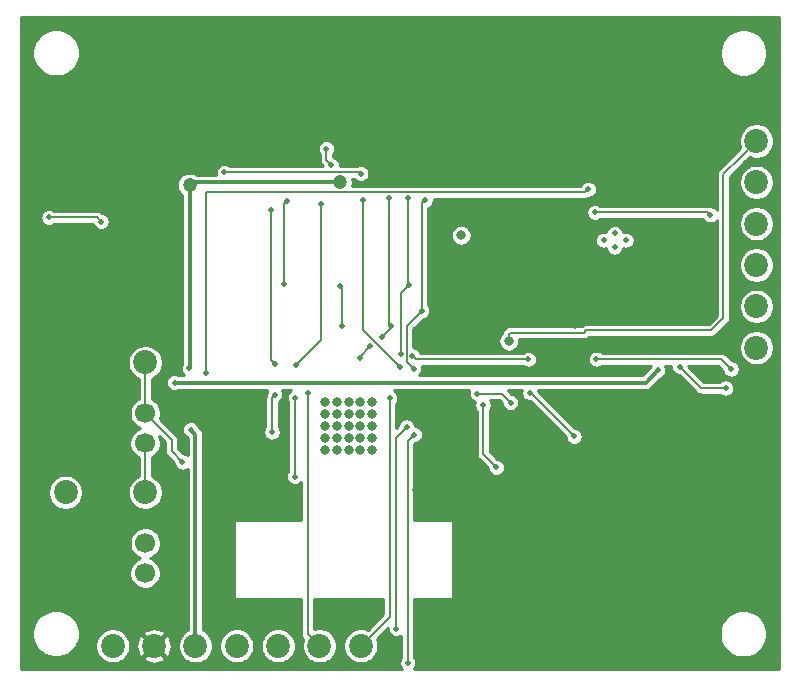
<source format=gbl>
G04 #@! TF.GenerationSoftware,KiCad,Pcbnew,(5.1.7)-1*
G04 #@! TF.CreationDate,2020-10-28T11:25:42+01:00*
G04 #@! TF.ProjectId,E-Ink,452d496e-6b2e-46b6-9963-61645f706362,rev?*
G04 #@! TF.SameCoordinates,Original*
G04 #@! TF.FileFunction,Copper,L2,Bot*
G04 #@! TF.FilePolarity,Positive*
%FSLAX46Y46*%
G04 Gerber Fmt 4.6, Leading zero omitted, Abs format (unit mm)*
G04 Created by KiCad (PCBNEW (5.1.7)-1) date 2020-10-28 11:25:42*
%MOMM*%
%LPD*%
G01*
G04 APERTURE LIST*
G04 #@! TA.AperFunction,ComponentPad*
%ADD10C,2.020000*%
G04 #@! TD*
G04 #@! TA.AperFunction,ComponentPad*
%ADD11C,0.800000*%
G04 #@! TD*
G04 #@! TA.AperFunction,ComponentPad*
%ADD12C,1.700000*%
G04 #@! TD*
G04 #@! TA.AperFunction,ComponentPad*
%ADD13C,0.500000*%
G04 #@! TD*
G04 #@! TA.AperFunction,ViaPad*
%ADD14C,0.500000*%
G04 #@! TD*
G04 #@! TA.AperFunction,ViaPad*
%ADD15C,1.200000*%
G04 #@! TD*
G04 #@! TA.AperFunction,ViaPad*
%ADD16C,0.800000*%
G04 #@! TD*
G04 #@! TA.AperFunction,Conductor*
%ADD17C,0.152400*%
G04 #@! TD*
G04 #@! TA.AperFunction,Conductor*
%ADD18C,0.350000*%
G04 #@! TD*
G04 #@! TA.AperFunction,Conductor*
%ADD19C,0.254000*%
G04 #@! TD*
G04 #@! TA.AperFunction,Conductor*
%ADD20C,0.100000*%
G04 #@! TD*
G04 APERTURE END LIST*
D10*
X111050000Y-84520000D03*
D11*
X130260000Y-80910000D03*
X130260000Y-79910000D03*
X130260000Y-78910000D03*
X130260000Y-77910000D03*
X130260000Y-76910000D03*
X129260000Y-76910000D03*
X129260000Y-77910000D03*
X129260000Y-78910000D03*
X129260000Y-79910000D03*
X129260000Y-80910000D03*
X127260000Y-80910000D03*
X127260000Y-79910000D03*
X127260000Y-78910000D03*
X127260000Y-77910000D03*
X127260000Y-76910000D03*
X128260000Y-76910000D03*
X128260000Y-77910000D03*
X128260000Y-78910000D03*
X128260000Y-79910000D03*
X128260000Y-80910000D03*
X126260000Y-76910000D03*
X126260000Y-77910000D03*
X126260000Y-78910000D03*
X126260000Y-79910000D03*
X126260000Y-80910000D03*
D12*
X111060000Y-77820000D03*
X111040000Y-80360000D03*
X111060000Y-88820000D03*
X111040000Y-91360000D03*
D13*
X149850000Y-63170000D03*
X150800000Y-62595000D03*
X150800000Y-63745000D03*
X151750000Y-63170000D03*
D10*
X115300000Y-97520000D03*
X104300000Y-84520000D03*
X111800000Y-97520000D03*
X108300000Y-97520000D03*
X162800000Y-61770000D03*
X162800000Y-58270000D03*
X162800000Y-54770000D03*
X162800000Y-68770000D03*
X162800000Y-65270000D03*
X118800000Y-97520000D03*
X122300000Y-97520000D03*
X125800000Y-97520000D03*
X129300000Y-97520000D03*
X111050000Y-73520000D03*
X162800000Y-72270000D03*
D14*
X107320000Y-61600000D03*
X102890000Y-61250000D03*
X132580000Y-73900000D03*
X129450000Y-59810000D03*
X129310000Y-57540000D03*
X117750000Y-57440000D03*
X114190000Y-81950000D03*
X154440000Y-74200000D03*
X113530000Y-75230000D03*
X148570000Y-58850000D03*
X116170000Y-74400000D03*
X156300000Y-73890000D03*
X160210000Y-75690000D03*
X147430000Y-70410000D03*
X133850000Y-84320000D03*
X160650000Y-74080000D03*
X149230000Y-73240000D03*
X133670000Y-72980000D03*
X143490000Y-73250000D03*
D15*
X114800000Y-58520000D03*
X127550000Y-58270000D03*
D14*
X114780000Y-74020000D03*
X114890000Y-79220000D03*
X122840000Y-66890000D03*
X123080000Y-59890000D03*
X131760000Y-76540000D03*
X127690000Y-70420000D03*
X127510000Y-67010000D03*
X121780000Y-79430000D03*
X122020000Y-76260000D03*
X122050000Y-73650000D03*
X121690000Y-60630000D03*
X123700000Y-83190000D03*
X123770000Y-76510000D03*
X123830000Y-73760000D03*
X125930000Y-60080000D03*
X126808422Y-56838422D03*
X126390000Y-55430000D03*
X147360000Y-79780000D03*
X143620000Y-76100000D03*
X141980000Y-76920000D03*
X139150000Y-76160000D03*
D16*
X141830000Y-71720000D03*
D14*
X140780000Y-82410000D03*
X139650000Y-77130000D03*
X134470000Y-69160000D03*
X134750000Y-59780000D03*
X133770000Y-74050000D03*
X133830000Y-79630000D03*
X133280000Y-98950000D03*
X133320000Y-59578599D03*
X133400000Y-66950000D03*
X132700000Y-72770000D03*
X133190000Y-78990000D03*
X132300000Y-96060000D03*
X131720000Y-59590000D03*
X131820000Y-70420000D03*
X124830000Y-76140000D03*
X129240000Y-73160000D03*
X130108422Y-72161578D03*
X131090000Y-71330000D03*
X158870000Y-61030000D03*
X149120000Y-60810000D03*
D16*
X137800000Y-62770000D03*
D17*
X106970000Y-61250000D02*
X102890000Y-61250000D01*
X107320000Y-61600000D02*
X106970000Y-61250000D01*
X129450000Y-70770000D02*
X129450000Y-59810000D01*
X132580000Y-73900000D02*
X129450000Y-70770000D01*
X129210000Y-57440000D02*
X117750000Y-57440000D01*
X129310000Y-57540000D02*
X129210000Y-57440000D01*
X111050000Y-73520000D02*
X111050000Y-77810000D01*
X113300000Y-80060000D02*
X111060000Y-77820000D01*
X111050000Y-77810000D02*
X111060000Y-77820000D01*
X113300000Y-81060000D02*
X113300000Y-80060000D01*
X114190000Y-81950000D02*
X113300000Y-81060000D01*
X111050000Y-80370000D02*
X111040000Y-80360000D01*
X111050000Y-84520000D02*
X111050000Y-80370000D01*
D18*
X153410000Y-75230000D02*
X113530000Y-75230000D01*
X154440000Y-74200000D02*
X153410000Y-75230000D01*
D17*
X148320001Y-59099999D02*
X116169999Y-59099999D01*
X148570000Y-58850000D02*
X148320001Y-59099999D01*
X116170000Y-59100000D02*
X116170000Y-74400000D01*
X116169999Y-59099999D02*
X116170000Y-59100000D01*
X158100000Y-75690000D02*
X160210000Y-75690000D01*
X156300000Y-73890000D02*
X158100000Y-75690000D01*
X159810000Y-73240000D02*
X149230000Y-73240000D01*
X160650000Y-74080000D02*
X159810000Y-73240000D01*
X133940000Y-73250000D02*
X143490000Y-73250000D01*
X133670000Y-72980000D02*
X133940000Y-73250000D01*
D18*
X127550000Y-58270000D02*
X122473446Y-58270000D01*
X115050000Y-58270000D02*
X114800000Y-58520000D01*
X122473446Y-58270000D02*
X115050000Y-58270000D01*
X114800000Y-74000000D02*
X114780000Y-74020000D01*
X114800000Y-58520000D02*
X114800000Y-74000000D01*
X115300000Y-79630000D02*
X115300000Y-97520000D01*
X114890000Y-79220000D02*
X115300000Y-79630000D01*
D17*
X122840000Y-60130000D02*
X123080000Y-59890000D01*
X122840000Y-66890000D02*
X122840000Y-60130000D01*
X131760000Y-95060000D02*
X131760000Y-76540000D01*
X129300000Y-97520000D02*
X131760000Y-95060000D01*
X127690000Y-67190000D02*
X127510000Y-67010000D01*
X127690000Y-70420000D02*
X127690000Y-67190000D01*
X121780000Y-76500000D02*
X122020000Y-76260000D01*
X121780000Y-79430000D02*
X121780000Y-76500000D01*
X121690000Y-73290000D02*
X121690000Y-60630000D01*
X122050000Y-73650000D02*
X121690000Y-73290000D01*
X123700000Y-76580000D02*
X123770000Y-76510000D01*
X123700000Y-83190000D02*
X123700000Y-76580000D01*
X125930000Y-71660000D02*
X125930000Y-60080000D01*
X123830000Y-73760000D02*
X125930000Y-71660000D01*
X126390000Y-56420000D02*
X126390000Y-55430000D01*
X126808422Y-56838422D02*
X126390000Y-56420000D01*
X147360000Y-79780000D02*
X143690000Y-76110000D01*
X143630000Y-76110000D02*
X143620000Y-76100000D01*
X143690000Y-76110000D02*
X143630000Y-76110000D01*
X141220000Y-76160000D02*
X139150000Y-76160000D01*
X141980000Y-76920000D02*
X141220000Y-76160000D01*
X162800000Y-54770000D02*
X161459799Y-56110201D01*
X161459799Y-56110201D02*
X160000000Y-57570000D01*
X160000000Y-69800000D02*
X158990000Y-70810000D01*
X160000000Y-57570000D02*
X160000000Y-69800000D01*
X148209799Y-70990201D02*
X141920201Y-70990201D01*
X148390000Y-70810000D02*
X148209799Y-70990201D01*
X158990000Y-70810000D02*
X148390000Y-70810000D01*
X141830000Y-71080402D02*
X141830000Y-71720000D01*
X141920201Y-70990201D02*
X141830000Y-71080402D01*
X139650000Y-81280000D02*
X139650000Y-77130000D01*
X140780000Y-82410000D02*
X139650000Y-81280000D01*
X134470000Y-60060000D02*
X134750000Y-59780000D01*
X134470000Y-69160000D02*
X134470000Y-60060000D01*
X133191399Y-73471399D02*
X133770000Y-74050000D01*
X133191399Y-70438601D02*
X133191399Y-73471399D01*
X134470000Y-69160000D02*
X133191399Y-70438601D01*
X133280000Y-80180000D02*
X133280000Y-98950000D01*
X133830000Y-79630000D02*
X133280000Y-80180000D01*
X133320000Y-66870000D02*
X133400000Y-66950000D01*
X133320000Y-59578599D02*
X133320000Y-66870000D01*
X132700000Y-67650000D02*
X132700000Y-72770000D01*
X133400000Y-66950000D02*
X132700000Y-67650000D01*
X132300000Y-79880000D02*
X132300000Y-96060000D01*
X133190000Y-78990000D02*
X132300000Y-79880000D01*
X131720000Y-70320000D02*
X131820000Y-70420000D01*
X131720000Y-59590000D02*
X131720000Y-70320000D01*
X124790001Y-76179999D02*
X124830000Y-76140000D01*
X124790001Y-96510001D02*
X124790001Y-76179999D01*
X125800000Y-97520000D02*
X124790001Y-96510001D01*
X129240000Y-73030000D02*
X130108422Y-72161578D01*
X129240000Y-73160000D02*
X129240000Y-73030000D01*
X131820000Y-70600000D02*
X131090000Y-71330000D01*
X131820000Y-70420000D02*
X131820000Y-70600000D01*
X158650000Y-60810000D02*
X158870000Y-61030000D01*
X149120000Y-60810000D02*
X158650000Y-60810000D01*
D19*
X164698001Y-99488000D02*
X133770134Y-99488000D01*
X133844698Y-99413436D01*
X133924259Y-99294364D01*
X133979062Y-99162058D01*
X134007000Y-99021603D01*
X134007000Y-98878397D01*
X133979062Y-98737942D01*
X133924259Y-98605636D01*
X133844698Y-98486564D01*
X133833200Y-98475066D01*
X133833200Y-96291809D01*
X159677736Y-96291809D01*
X159677736Y-96688191D01*
X159755067Y-97076956D01*
X159906755Y-97443164D01*
X160126973Y-97772743D01*
X160407257Y-98053027D01*
X160736836Y-98273245D01*
X161103044Y-98424933D01*
X161491809Y-98502264D01*
X161888191Y-98502264D01*
X162276956Y-98424933D01*
X162643164Y-98273245D01*
X162972743Y-98053027D01*
X163253027Y-97772743D01*
X163473245Y-97443164D01*
X163624933Y-97076956D01*
X163702264Y-96688191D01*
X163702264Y-96291809D01*
X163624933Y-95903044D01*
X163473245Y-95536836D01*
X163253027Y-95207257D01*
X162972743Y-94926973D01*
X162643164Y-94706755D01*
X162276956Y-94555067D01*
X161888191Y-94477736D01*
X161491809Y-94477736D01*
X161103044Y-94555067D01*
X160736836Y-94706755D01*
X160407257Y-94926973D01*
X160126973Y-95207257D01*
X159906755Y-95536836D01*
X159755067Y-95903044D01*
X159677736Y-96291809D01*
X133833200Y-96291809D01*
X133833200Y-93588000D01*
X137004000Y-93588000D01*
X137028776Y-93585560D01*
X137052601Y-93578333D01*
X137074557Y-93566597D01*
X137093803Y-93550803D01*
X137109597Y-93531557D01*
X137121333Y-93509601D01*
X137128560Y-93485776D01*
X137131000Y-93461000D01*
X137131000Y-86984000D01*
X137128560Y-86959224D01*
X137121333Y-86935399D01*
X137109597Y-86913443D01*
X137093803Y-86894197D01*
X137074557Y-86878403D01*
X137052601Y-86866667D01*
X137028776Y-86859440D01*
X137004000Y-86857000D01*
X133833200Y-86857000D01*
X133833200Y-80409142D01*
X133885342Y-80357000D01*
X133901603Y-80357000D01*
X134042058Y-80329062D01*
X134174364Y-80274259D01*
X134293436Y-80194698D01*
X134394698Y-80093436D01*
X134474259Y-79974364D01*
X134529062Y-79842058D01*
X134557000Y-79701603D01*
X134557000Y-79558397D01*
X134529062Y-79417942D01*
X134474259Y-79285636D01*
X134394698Y-79166564D01*
X134293436Y-79065302D01*
X134174364Y-78985741D01*
X134042058Y-78930938D01*
X133914445Y-78905555D01*
X133889062Y-78777942D01*
X133834259Y-78645636D01*
X133754698Y-78526564D01*
X133653436Y-78425302D01*
X133534364Y-78345741D01*
X133402058Y-78290938D01*
X133261603Y-78263000D01*
X133118397Y-78263000D01*
X132977942Y-78290938D01*
X132845636Y-78345741D01*
X132726564Y-78425302D01*
X132625302Y-78526564D01*
X132545741Y-78645636D01*
X132490938Y-78777942D01*
X132463000Y-78918397D01*
X132463000Y-78934657D01*
X132313200Y-79084458D01*
X132313200Y-77014934D01*
X132324698Y-77003436D01*
X132404259Y-76884364D01*
X132459062Y-76752058D01*
X132487000Y-76611603D01*
X132487000Y-76468397D01*
X132459062Y-76327942D01*
X132404259Y-76195636D01*
X132324698Y-76076564D01*
X132223436Y-75975302D01*
X132104364Y-75895741D01*
X132071190Y-75882000D01*
X138478252Y-75882000D01*
X138450938Y-75947942D01*
X138423000Y-76088397D01*
X138423000Y-76231603D01*
X138450938Y-76372058D01*
X138505741Y-76504364D01*
X138585302Y-76623436D01*
X138686564Y-76724698D01*
X138805636Y-76804259D01*
X138937942Y-76859062D01*
X138972481Y-76865932D01*
X138950938Y-76917942D01*
X138923000Y-77058397D01*
X138923000Y-77201603D01*
X138950938Y-77342058D01*
X139005741Y-77474364D01*
X139085302Y-77593436D01*
X139096801Y-77604935D01*
X139096800Y-81252833D01*
X139094124Y-81280000D01*
X139096800Y-81307167D01*
X139096800Y-81307169D01*
X139104805Y-81388445D01*
X139136438Y-81492724D01*
X139187806Y-81588828D01*
X139256936Y-81673064D01*
X139278048Y-81690390D01*
X140053000Y-82465343D01*
X140053000Y-82481603D01*
X140080938Y-82622058D01*
X140135741Y-82754364D01*
X140215302Y-82873436D01*
X140316564Y-82974698D01*
X140435636Y-83054259D01*
X140567942Y-83109062D01*
X140708397Y-83137000D01*
X140851603Y-83137000D01*
X140992058Y-83109062D01*
X141124364Y-83054259D01*
X141243436Y-82974698D01*
X141344698Y-82873436D01*
X141424259Y-82754364D01*
X141479062Y-82622058D01*
X141507000Y-82481603D01*
X141507000Y-82338397D01*
X141479062Y-82197942D01*
X141424259Y-82065636D01*
X141344698Y-81946564D01*
X141243436Y-81845302D01*
X141124364Y-81765741D01*
X140992058Y-81710938D01*
X140851603Y-81683000D01*
X140835343Y-81683000D01*
X140203200Y-81050858D01*
X140203200Y-77604934D01*
X140214698Y-77593436D01*
X140294259Y-77474364D01*
X140349062Y-77342058D01*
X140377000Y-77201603D01*
X140377000Y-77058397D01*
X140349062Y-76917942D01*
X140294259Y-76785636D01*
X140245859Y-76713200D01*
X140990858Y-76713200D01*
X141253000Y-76975343D01*
X141253000Y-76991603D01*
X141280938Y-77132058D01*
X141335741Y-77264364D01*
X141415302Y-77383436D01*
X141516564Y-77484698D01*
X141635636Y-77564259D01*
X141767942Y-77619062D01*
X141908397Y-77647000D01*
X142051603Y-77647000D01*
X142192058Y-77619062D01*
X142324364Y-77564259D01*
X142443436Y-77484698D01*
X142544698Y-77383436D01*
X142624259Y-77264364D01*
X142679062Y-77132058D01*
X142707000Y-76991603D01*
X142707000Y-76848397D01*
X142679062Y-76707942D01*
X142624259Y-76575636D01*
X142544698Y-76456564D01*
X142443436Y-76355302D01*
X142324364Y-76275741D01*
X142192058Y-76220938D01*
X142051603Y-76193000D01*
X142035343Y-76193000D01*
X141724342Y-75882000D01*
X142923399Y-75882000D01*
X142920938Y-75887942D01*
X142893000Y-76028397D01*
X142893000Y-76171603D01*
X142920938Y-76312058D01*
X142975741Y-76444364D01*
X143055302Y-76563436D01*
X143156564Y-76664698D01*
X143275636Y-76744259D01*
X143407942Y-76799062D01*
X143548397Y-76827000D01*
X143624658Y-76827000D01*
X146633000Y-79835343D01*
X146633000Y-79851603D01*
X146660938Y-79992058D01*
X146715741Y-80124364D01*
X146795302Y-80243436D01*
X146896564Y-80344698D01*
X147015636Y-80424259D01*
X147147942Y-80479062D01*
X147288397Y-80507000D01*
X147431603Y-80507000D01*
X147572058Y-80479062D01*
X147704364Y-80424259D01*
X147823436Y-80344698D01*
X147924698Y-80243436D01*
X148004259Y-80124364D01*
X148059062Y-79992058D01*
X148087000Y-79851603D01*
X148087000Y-79708397D01*
X148059062Y-79567942D01*
X148004259Y-79435636D01*
X147924698Y-79316564D01*
X147823436Y-79215302D01*
X147704364Y-79135741D01*
X147572058Y-79080938D01*
X147431603Y-79053000D01*
X147415343Y-79053000D01*
X144336140Y-75973798D01*
X144319062Y-75887942D01*
X144316601Y-75882000D01*
X153377978Y-75882000D01*
X153410000Y-75885154D01*
X153442022Y-75882000D01*
X153537814Y-75872565D01*
X153660717Y-75835283D01*
X153773984Y-75774741D01*
X153873264Y-75693264D01*
X153893685Y-75668381D01*
X154670745Y-74891321D01*
X154784364Y-74844259D01*
X154903436Y-74764698D01*
X155004698Y-74663436D01*
X155084259Y-74544364D01*
X155139062Y-74412058D01*
X155167000Y-74271603D01*
X155167000Y-74128397D01*
X155139062Y-73987942D01*
X155084259Y-73855636D01*
X155042541Y-73793200D01*
X155578012Y-73793200D01*
X155573000Y-73818397D01*
X155573000Y-73961603D01*
X155600938Y-74102058D01*
X155655741Y-74234364D01*
X155735302Y-74353436D01*
X155836564Y-74454698D01*
X155955636Y-74534259D01*
X156087942Y-74589062D01*
X156228397Y-74617000D01*
X156244658Y-74617000D01*
X157689615Y-76061957D01*
X157706936Y-76083064D01*
X157791172Y-76152194D01*
X157887275Y-76203562D01*
X157991554Y-76235195D01*
X158072830Y-76243200D01*
X158072832Y-76243200D01*
X158099999Y-76245876D01*
X158127166Y-76243200D01*
X159735066Y-76243200D01*
X159746564Y-76254698D01*
X159865636Y-76334259D01*
X159997942Y-76389062D01*
X160138397Y-76417000D01*
X160281603Y-76417000D01*
X160422058Y-76389062D01*
X160554364Y-76334259D01*
X160673436Y-76254698D01*
X160774698Y-76153436D01*
X160854259Y-76034364D01*
X160909062Y-75902058D01*
X160937000Y-75761603D01*
X160937000Y-75618397D01*
X160909062Y-75477942D01*
X160854259Y-75345636D01*
X160774698Y-75226564D01*
X160673436Y-75125302D01*
X160554364Y-75045741D01*
X160422058Y-74990938D01*
X160281603Y-74963000D01*
X160138397Y-74963000D01*
X159997942Y-74990938D01*
X159865636Y-75045741D01*
X159746564Y-75125302D01*
X159735066Y-75136800D01*
X158329143Y-75136800D01*
X157027000Y-73834658D01*
X157027000Y-73818397D01*
X157021988Y-73793200D01*
X159580858Y-73793200D01*
X159923000Y-74135343D01*
X159923000Y-74151603D01*
X159950938Y-74292058D01*
X160005741Y-74424364D01*
X160085302Y-74543436D01*
X160186564Y-74644698D01*
X160305636Y-74724259D01*
X160437942Y-74779062D01*
X160578397Y-74807000D01*
X160721603Y-74807000D01*
X160862058Y-74779062D01*
X160994364Y-74724259D01*
X161113436Y-74644698D01*
X161214698Y-74543436D01*
X161294259Y-74424364D01*
X161349062Y-74292058D01*
X161377000Y-74151603D01*
X161377000Y-74008397D01*
X161349062Y-73867942D01*
X161294259Y-73735636D01*
X161214698Y-73616564D01*
X161113436Y-73515302D01*
X160994364Y-73435741D01*
X160862058Y-73380938D01*
X160721603Y-73353000D01*
X160705343Y-73353000D01*
X160220390Y-72868048D01*
X160203064Y-72846936D01*
X160118828Y-72777806D01*
X160022725Y-72726438D01*
X159918446Y-72694805D01*
X159837170Y-72686800D01*
X159837167Y-72686800D01*
X159810000Y-72684124D01*
X159782833Y-72686800D01*
X149704934Y-72686800D01*
X149693436Y-72675302D01*
X149574364Y-72595741D01*
X149442058Y-72540938D01*
X149301603Y-72513000D01*
X149158397Y-72513000D01*
X149017942Y-72540938D01*
X148885636Y-72595741D01*
X148766564Y-72675302D01*
X148665302Y-72776564D01*
X148585741Y-72895636D01*
X148530938Y-73027942D01*
X148503000Y-73168397D01*
X148503000Y-73311603D01*
X148530938Y-73452058D01*
X148585741Y-73584364D01*
X148665302Y-73703436D01*
X148766564Y-73804698D01*
X148885636Y-73884259D01*
X149017942Y-73939062D01*
X149158397Y-73967000D01*
X149301603Y-73967000D01*
X149442058Y-73939062D01*
X149574364Y-73884259D01*
X149693436Y-73804698D01*
X149704934Y-73793200D01*
X153837459Y-73793200D01*
X153795741Y-73855636D01*
X153748679Y-73969255D01*
X153139934Y-74578000D01*
X134270134Y-74578000D01*
X134334698Y-74513436D01*
X134414259Y-74394364D01*
X134469062Y-74262058D01*
X134497000Y-74121603D01*
X134497000Y-73978397D01*
X134469062Y-73837942D01*
X134454671Y-73803200D01*
X143015066Y-73803200D01*
X143026564Y-73814698D01*
X143145636Y-73894259D01*
X143277942Y-73949062D01*
X143418397Y-73977000D01*
X143561603Y-73977000D01*
X143702058Y-73949062D01*
X143834364Y-73894259D01*
X143953436Y-73814698D01*
X144054698Y-73713436D01*
X144134259Y-73594364D01*
X144189062Y-73462058D01*
X144217000Y-73321603D01*
X144217000Y-73178397D01*
X144189062Y-73037942D01*
X144134259Y-72905636D01*
X144054698Y-72786564D01*
X143953436Y-72685302D01*
X143834364Y-72605741D01*
X143702058Y-72550938D01*
X143561603Y-72523000D01*
X143418397Y-72523000D01*
X143277942Y-72550938D01*
X143145636Y-72605741D01*
X143026564Y-72685302D01*
X143015066Y-72696800D01*
X134339594Y-72696800D01*
X134314259Y-72635636D01*
X134234698Y-72516564D01*
X134133436Y-72415302D01*
X134014364Y-72335741D01*
X133882058Y-72280938D01*
X133744599Y-72253596D01*
X133744599Y-71633623D01*
X140953000Y-71633623D01*
X140953000Y-71806377D01*
X140986703Y-71975811D01*
X141052813Y-72135415D01*
X141148790Y-72279055D01*
X141270945Y-72401210D01*
X141414585Y-72497187D01*
X141574189Y-72563297D01*
X141743623Y-72597000D01*
X141916377Y-72597000D01*
X142085811Y-72563297D01*
X142245415Y-72497187D01*
X142389055Y-72401210D01*
X142511210Y-72279055D01*
X142607187Y-72135415D01*
X142612104Y-72123543D01*
X161313000Y-72123543D01*
X161313000Y-72416457D01*
X161370145Y-72703742D01*
X161482238Y-72974359D01*
X161644972Y-73217907D01*
X161852093Y-73425028D01*
X162095641Y-73587762D01*
X162366258Y-73699855D01*
X162653543Y-73757000D01*
X162946457Y-73757000D01*
X163233742Y-73699855D01*
X163504359Y-73587762D01*
X163747907Y-73425028D01*
X163955028Y-73217907D01*
X164117762Y-72974359D01*
X164229855Y-72703742D01*
X164287000Y-72416457D01*
X164287000Y-72123543D01*
X164229855Y-71836258D01*
X164117762Y-71565641D01*
X163955028Y-71322093D01*
X163747907Y-71114972D01*
X163504359Y-70952238D01*
X163233742Y-70840145D01*
X162946457Y-70783000D01*
X162653543Y-70783000D01*
X162366258Y-70840145D01*
X162095641Y-70952238D01*
X161852093Y-71114972D01*
X161644972Y-71322093D01*
X161482238Y-71565641D01*
X161370145Y-71836258D01*
X161313000Y-72123543D01*
X142612104Y-72123543D01*
X142673297Y-71975811D01*
X142707000Y-71806377D01*
X142707000Y-71633623D01*
X142689053Y-71543401D01*
X148182632Y-71543401D01*
X148209799Y-71546077D01*
X148236966Y-71543401D01*
X148236969Y-71543401D01*
X148318245Y-71535396D01*
X148422524Y-71503763D01*
X148518627Y-71452395D01*
X148602863Y-71383265D01*
X148619330Y-71363200D01*
X158962833Y-71363200D01*
X158990000Y-71365876D01*
X159017167Y-71363200D01*
X159017170Y-71363200D01*
X159098446Y-71355195D01*
X159202725Y-71323562D01*
X159298828Y-71272194D01*
X159383064Y-71203064D01*
X159400390Y-71181952D01*
X160371957Y-70210386D01*
X160393064Y-70193064D01*
X160462194Y-70108828D01*
X160513562Y-70012725D01*
X160545195Y-69908446D01*
X160553200Y-69827170D01*
X160555876Y-69800000D01*
X160553200Y-69772830D01*
X160553200Y-68623543D01*
X161313000Y-68623543D01*
X161313000Y-68916457D01*
X161370145Y-69203742D01*
X161482238Y-69474359D01*
X161644972Y-69717907D01*
X161852093Y-69925028D01*
X162095641Y-70087762D01*
X162366258Y-70199855D01*
X162653543Y-70257000D01*
X162946457Y-70257000D01*
X163233742Y-70199855D01*
X163504359Y-70087762D01*
X163747907Y-69925028D01*
X163955028Y-69717907D01*
X164117762Y-69474359D01*
X164229855Y-69203742D01*
X164287000Y-68916457D01*
X164287000Y-68623543D01*
X164229855Y-68336258D01*
X164117762Y-68065641D01*
X163955028Y-67822093D01*
X163747907Y-67614972D01*
X163504359Y-67452238D01*
X163233742Y-67340145D01*
X162946457Y-67283000D01*
X162653543Y-67283000D01*
X162366258Y-67340145D01*
X162095641Y-67452238D01*
X161852093Y-67614972D01*
X161644972Y-67822093D01*
X161482238Y-68065641D01*
X161370145Y-68336258D01*
X161313000Y-68623543D01*
X160553200Y-68623543D01*
X160553200Y-65123543D01*
X161313000Y-65123543D01*
X161313000Y-65416457D01*
X161370145Y-65703742D01*
X161482238Y-65974359D01*
X161644972Y-66217907D01*
X161852093Y-66425028D01*
X162095641Y-66587762D01*
X162366258Y-66699855D01*
X162653543Y-66757000D01*
X162946457Y-66757000D01*
X163233742Y-66699855D01*
X163504359Y-66587762D01*
X163747907Y-66425028D01*
X163955028Y-66217907D01*
X164117762Y-65974359D01*
X164229855Y-65703742D01*
X164287000Y-65416457D01*
X164287000Y-65123543D01*
X164229855Y-64836258D01*
X164117762Y-64565641D01*
X163955028Y-64322093D01*
X163747907Y-64114972D01*
X163504359Y-63952238D01*
X163233742Y-63840145D01*
X162946457Y-63783000D01*
X162653543Y-63783000D01*
X162366258Y-63840145D01*
X162095641Y-63952238D01*
X161852093Y-64114972D01*
X161644972Y-64322093D01*
X161482238Y-64565641D01*
X161370145Y-64836258D01*
X161313000Y-65123543D01*
X160553200Y-65123543D01*
X160553200Y-61623543D01*
X161313000Y-61623543D01*
X161313000Y-61916457D01*
X161370145Y-62203742D01*
X161482238Y-62474359D01*
X161644972Y-62717907D01*
X161852093Y-62925028D01*
X162095641Y-63087762D01*
X162366258Y-63199855D01*
X162653543Y-63257000D01*
X162946457Y-63257000D01*
X163233742Y-63199855D01*
X163504359Y-63087762D01*
X163747907Y-62925028D01*
X163955028Y-62717907D01*
X164117762Y-62474359D01*
X164229855Y-62203742D01*
X164287000Y-61916457D01*
X164287000Y-61623543D01*
X164229855Y-61336258D01*
X164117762Y-61065641D01*
X163955028Y-60822093D01*
X163747907Y-60614972D01*
X163504359Y-60452238D01*
X163233742Y-60340145D01*
X162946457Y-60283000D01*
X162653543Y-60283000D01*
X162366258Y-60340145D01*
X162095641Y-60452238D01*
X161852093Y-60614972D01*
X161644972Y-60822093D01*
X161482238Y-61065641D01*
X161370145Y-61336258D01*
X161313000Y-61623543D01*
X160553200Y-61623543D01*
X160553200Y-58123543D01*
X161313000Y-58123543D01*
X161313000Y-58416457D01*
X161370145Y-58703742D01*
X161482238Y-58974359D01*
X161644972Y-59217907D01*
X161852093Y-59425028D01*
X162095641Y-59587762D01*
X162366258Y-59699855D01*
X162653543Y-59757000D01*
X162946457Y-59757000D01*
X163233742Y-59699855D01*
X163504359Y-59587762D01*
X163747907Y-59425028D01*
X163955028Y-59217907D01*
X164117762Y-58974359D01*
X164229855Y-58703742D01*
X164287000Y-58416457D01*
X164287000Y-58123543D01*
X164229855Y-57836258D01*
X164117762Y-57565641D01*
X163955028Y-57322093D01*
X163747907Y-57114972D01*
X163504359Y-56952238D01*
X163233742Y-56840145D01*
X162946457Y-56783000D01*
X162653543Y-56783000D01*
X162366258Y-56840145D01*
X162095641Y-56952238D01*
X161852093Y-57114972D01*
X161644972Y-57322093D01*
X161482238Y-57565641D01*
X161370145Y-57836258D01*
X161313000Y-58123543D01*
X160553200Y-58123543D01*
X160553200Y-57799142D01*
X161870182Y-56482161D01*
X161870186Y-56482156D01*
X162215099Y-56137243D01*
X162366258Y-56199855D01*
X162653543Y-56257000D01*
X162946457Y-56257000D01*
X163233742Y-56199855D01*
X163504359Y-56087762D01*
X163747907Y-55925028D01*
X163955028Y-55717907D01*
X164117762Y-55474359D01*
X164229855Y-55203742D01*
X164287000Y-54916457D01*
X164287000Y-54623543D01*
X164229855Y-54336258D01*
X164117762Y-54065641D01*
X163955028Y-53822093D01*
X163747907Y-53614972D01*
X163504359Y-53452238D01*
X163233742Y-53340145D01*
X162946457Y-53283000D01*
X162653543Y-53283000D01*
X162366258Y-53340145D01*
X162095641Y-53452238D01*
X161852093Y-53614972D01*
X161644972Y-53822093D01*
X161482238Y-54065641D01*
X161370145Y-54336258D01*
X161313000Y-54623543D01*
X161313000Y-54916457D01*
X161370145Y-55203742D01*
X161432757Y-55354901D01*
X161087844Y-55699814D01*
X161087839Y-55699818D01*
X159628048Y-57159610D01*
X159606936Y-57176936D01*
X159537806Y-57261172D01*
X159486438Y-57357276D01*
X159454805Y-57461555D01*
X159449876Y-57511603D01*
X159444124Y-57570000D01*
X159446800Y-57597167D01*
X159446800Y-60584676D01*
X159434698Y-60566564D01*
X159333436Y-60465302D01*
X159214364Y-60385741D01*
X159082058Y-60330938D01*
X158941603Y-60303000D01*
X158875002Y-60303000D01*
X158862725Y-60296438D01*
X158758446Y-60264805D01*
X158677170Y-60256800D01*
X158677167Y-60256800D01*
X158650000Y-60254124D01*
X158622833Y-60256800D01*
X149594934Y-60256800D01*
X149583436Y-60245302D01*
X149464364Y-60165741D01*
X149332058Y-60110938D01*
X149191603Y-60083000D01*
X149048397Y-60083000D01*
X148907942Y-60110938D01*
X148775636Y-60165741D01*
X148656564Y-60245302D01*
X148555302Y-60346564D01*
X148475741Y-60465636D01*
X148420938Y-60597942D01*
X148393000Y-60738397D01*
X148393000Y-60881603D01*
X148420938Y-61022058D01*
X148475741Y-61154364D01*
X148555302Y-61273436D01*
X148656564Y-61374698D01*
X148775636Y-61454259D01*
X148907942Y-61509062D01*
X149048397Y-61537000D01*
X149191603Y-61537000D01*
X149332058Y-61509062D01*
X149464364Y-61454259D01*
X149583436Y-61374698D01*
X149594934Y-61363200D01*
X158221117Y-61363200D01*
X158225741Y-61374364D01*
X158305302Y-61493436D01*
X158406564Y-61594698D01*
X158525636Y-61674259D01*
X158657942Y-61729062D01*
X158798397Y-61757000D01*
X158941603Y-61757000D01*
X159082058Y-61729062D01*
X159214364Y-61674259D01*
X159333436Y-61594698D01*
X159434698Y-61493436D01*
X159446800Y-61475324D01*
X159446801Y-69570856D01*
X158760858Y-70256800D01*
X148417170Y-70256800D01*
X148390000Y-70254124D01*
X148362830Y-70256800D01*
X148281554Y-70264805D01*
X148177275Y-70296438D01*
X148081172Y-70347806D01*
X147996936Y-70416936D01*
X147980469Y-70437001D01*
X141947367Y-70437001D01*
X141920200Y-70434325D01*
X141893033Y-70437001D01*
X141893031Y-70437001D01*
X141811755Y-70445006D01*
X141707476Y-70476639D01*
X141611373Y-70528007D01*
X141527137Y-70597137D01*
X141509811Y-70618249D01*
X141458048Y-70670012D01*
X141436936Y-70687338D01*
X141367806Y-70771574D01*
X141316438Y-70867678D01*
X141284805Y-70971957D01*
X141279958Y-71021172D01*
X141278736Y-71033585D01*
X141270945Y-71038790D01*
X141148790Y-71160945D01*
X141052813Y-71304585D01*
X140986703Y-71464189D01*
X140953000Y-71633623D01*
X133744599Y-71633623D01*
X133744599Y-70667743D01*
X134525343Y-69887000D01*
X134541603Y-69887000D01*
X134682058Y-69859062D01*
X134814364Y-69804259D01*
X134933436Y-69724698D01*
X135034698Y-69623436D01*
X135114259Y-69504364D01*
X135169062Y-69372058D01*
X135197000Y-69231603D01*
X135197000Y-69088397D01*
X135169062Y-68947942D01*
X135114259Y-68815636D01*
X135034698Y-68696564D01*
X135023200Y-68685066D01*
X135023200Y-62683623D01*
X136923000Y-62683623D01*
X136923000Y-62856377D01*
X136956703Y-63025811D01*
X137022813Y-63185415D01*
X137118790Y-63329055D01*
X137240945Y-63451210D01*
X137384585Y-63547187D01*
X137544189Y-63613297D01*
X137713623Y-63647000D01*
X137886377Y-63647000D01*
X138055811Y-63613297D01*
X138215415Y-63547187D01*
X138359055Y-63451210D01*
X138481210Y-63329055D01*
X138577187Y-63185415D01*
X138613230Y-63098397D01*
X149123000Y-63098397D01*
X149123000Y-63241603D01*
X149150938Y-63382058D01*
X149205741Y-63514364D01*
X149285302Y-63633436D01*
X149386564Y-63734698D01*
X149505636Y-63814259D01*
X149637942Y-63869062D01*
X149778397Y-63897000D01*
X149921603Y-63897000D01*
X150062058Y-63869062D01*
X150081807Y-63860881D01*
X150100938Y-63957058D01*
X150155741Y-64089364D01*
X150235302Y-64208436D01*
X150336564Y-64309698D01*
X150455636Y-64389259D01*
X150587942Y-64444062D01*
X150728397Y-64472000D01*
X150871603Y-64472000D01*
X151012058Y-64444062D01*
X151144364Y-64389259D01*
X151263436Y-64309698D01*
X151364698Y-64208436D01*
X151444259Y-64089364D01*
X151499062Y-63957058D01*
X151518193Y-63860881D01*
X151537942Y-63869062D01*
X151678397Y-63897000D01*
X151821603Y-63897000D01*
X151962058Y-63869062D01*
X152094364Y-63814259D01*
X152213436Y-63734698D01*
X152314698Y-63633436D01*
X152394259Y-63514364D01*
X152449062Y-63382058D01*
X152477000Y-63241603D01*
X152477000Y-63098397D01*
X152449062Y-62957942D01*
X152394259Y-62825636D01*
X152314698Y-62706564D01*
X152213436Y-62605302D01*
X152094364Y-62525741D01*
X151962058Y-62470938D01*
X151821603Y-62443000D01*
X151678397Y-62443000D01*
X151537942Y-62470938D01*
X151518193Y-62479119D01*
X151499062Y-62382942D01*
X151444259Y-62250636D01*
X151364698Y-62131564D01*
X151263436Y-62030302D01*
X151144364Y-61950741D01*
X151012058Y-61895938D01*
X150871603Y-61868000D01*
X150728397Y-61868000D01*
X150587942Y-61895938D01*
X150455636Y-61950741D01*
X150336564Y-62030302D01*
X150235302Y-62131564D01*
X150155741Y-62250636D01*
X150100938Y-62382942D01*
X150081807Y-62479119D01*
X150062058Y-62470938D01*
X149921603Y-62443000D01*
X149778397Y-62443000D01*
X149637942Y-62470938D01*
X149505636Y-62525741D01*
X149386564Y-62605302D01*
X149285302Y-62706564D01*
X149205741Y-62825636D01*
X149150938Y-62957942D01*
X149123000Y-63098397D01*
X138613230Y-63098397D01*
X138643297Y-63025811D01*
X138677000Y-62856377D01*
X138677000Y-62683623D01*
X138643297Y-62514189D01*
X138577187Y-62354585D01*
X138481210Y-62210945D01*
X138359055Y-62088790D01*
X138215415Y-61992813D01*
X138055811Y-61926703D01*
X137886377Y-61893000D01*
X137713623Y-61893000D01*
X137544189Y-61926703D01*
X137384585Y-61992813D01*
X137240945Y-62088790D01*
X137118790Y-62210945D01*
X137022813Y-62354585D01*
X136956703Y-62514189D01*
X136923000Y-62683623D01*
X135023200Y-62683623D01*
X135023200Y-60453736D01*
X135094364Y-60424259D01*
X135213436Y-60344698D01*
X135314698Y-60243436D01*
X135394259Y-60124364D01*
X135449062Y-59992058D01*
X135477000Y-59851603D01*
X135477000Y-59708397D01*
X135466021Y-59653199D01*
X148292834Y-59653199D01*
X148320001Y-59655875D01*
X148347168Y-59653199D01*
X148347171Y-59653199D01*
X148428447Y-59645194D01*
X148532726Y-59613561D01*
X148601127Y-59577000D01*
X148641603Y-59577000D01*
X148782058Y-59549062D01*
X148914364Y-59494259D01*
X149033436Y-59414698D01*
X149134698Y-59313436D01*
X149214259Y-59194364D01*
X149269062Y-59062058D01*
X149297000Y-58921603D01*
X149297000Y-58778397D01*
X149269062Y-58637942D01*
X149214259Y-58505636D01*
X149134698Y-58386564D01*
X149033436Y-58285302D01*
X148914364Y-58205741D01*
X148782058Y-58150938D01*
X148641603Y-58123000D01*
X148498397Y-58123000D01*
X148357942Y-58150938D01*
X148225636Y-58205741D01*
X148106564Y-58285302D01*
X148005302Y-58386564D01*
X147925741Y-58505636D01*
X147908691Y-58546799D01*
X128593040Y-58546799D01*
X128627000Y-58376075D01*
X128627000Y-58163925D01*
X128593040Y-57993200D01*
X128738463Y-57993200D01*
X128745302Y-58003436D01*
X128846564Y-58104698D01*
X128965636Y-58184259D01*
X129097942Y-58239062D01*
X129238397Y-58267000D01*
X129381603Y-58267000D01*
X129522058Y-58239062D01*
X129654364Y-58184259D01*
X129773436Y-58104698D01*
X129874698Y-58003436D01*
X129954259Y-57884364D01*
X130009062Y-57752058D01*
X130037000Y-57611603D01*
X130037000Y-57468397D01*
X130009062Y-57327942D01*
X129954259Y-57195636D01*
X129874698Y-57076564D01*
X129773436Y-56975302D01*
X129654364Y-56895741D01*
X129522058Y-56840938D01*
X129381603Y-56813000D01*
X129238397Y-56813000D01*
X129097942Y-56840938D01*
X128987221Y-56886800D01*
X127535422Y-56886800D01*
X127535422Y-56766819D01*
X127507484Y-56626364D01*
X127452681Y-56494058D01*
X127373120Y-56374986D01*
X127271858Y-56273724D01*
X127152786Y-56194163D01*
X127020480Y-56139360D01*
X126943200Y-56123988D01*
X126943200Y-55904934D01*
X126954698Y-55893436D01*
X127034259Y-55774364D01*
X127089062Y-55642058D01*
X127117000Y-55501603D01*
X127117000Y-55358397D01*
X127089062Y-55217942D01*
X127034259Y-55085636D01*
X126954698Y-54966564D01*
X126853436Y-54865302D01*
X126734364Y-54785741D01*
X126602058Y-54730938D01*
X126461603Y-54703000D01*
X126318397Y-54703000D01*
X126177942Y-54730938D01*
X126045636Y-54785741D01*
X125926564Y-54865302D01*
X125825302Y-54966564D01*
X125745741Y-55085636D01*
X125690938Y-55217942D01*
X125663000Y-55358397D01*
X125663000Y-55501603D01*
X125690938Y-55642058D01*
X125745741Y-55774364D01*
X125825302Y-55893436D01*
X125836801Y-55904935D01*
X125836800Y-56392832D01*
X125834124Y-56420000D01*
X125836800Y-56447167D01*
X125836800Y-56447169D01*
X125844805Y-56528445D01*
X125876438Y-56632724D01*
X125927806Y-56728828D01*
X125996936Y-56813064D01*
X126018048Y-56830390D01*
X126074458Y-56886800D01*
X118224934Y-56886800D01*
X118213436Y-56875302D01*
X118094364Y-56795741D01*
X117962058Y-56740938D01*
X117821603Y-56713000D01*
X117678397Y-56713000D01*
X117537942Y-56740938D01*
X117405636Y-56795741D01*
X117286564Y-56875302D01*
X117185302Y-56976564D01*
X117105741Y-57095636D01*
X117050938Y-57227942D01*
X117023000Y-57368397D01*
X117023000Y-57511603D01*
X117044163Y-57618000D01*
X115388610Y-57618000D01*
X115310151Y-57565575D01*
X115114149Y-57484389D01*
X114906075Y-57443000D01*
X114693925Y-57443000D01*
X114485851Y-57484389D01*
X114289849Y-57565575D01*
X114113453Y-57683440D01*
X113963440Y-57833453D01*
X113845575Y-58009849D01*
X113764389Y-58205851D01*
X113723000Y-58413925D01*
X113723000Y-58626075D01*
X113764389Y-58834149D01*
X113845575Y-59030151D01*
X113963440Y-59206547D01*
X114113453Y-59356560D01*
X114148000Y-59379644D01*
X114148001Y-73657288D01*
X114135741Y-73675636D01*
X114080938Y-73807942D01*
X114053000Y-73948397D01*
X114053000Y-74091603D01*
X114080938Y-74232058D01*
X114135741Y-74364364D01*
X114215302Y-74483436D01*
X114309866Y-74578000D01*
X113855676Y-74578000D01*
X113742058Y-74530938D01*
X113601603Y-74503000D01*
X113458397Y-74503000D01*
X113317942Y-74530938D01*
X113185636Y-74585741D01*
X113066564Y-74665302D01*
X112965302Y-74766564D01*
X112885741Y-74885636D01*
X112830938Y-75017942D01*
X112803000Y-75158397D01*
X112803000Y-75301603D01*
X112830938Y-75442058D01*
X112885741Y-75574364D01*
X112965302Y-75693436D01*
X113066564Y-75794698D01*
X113185636Y-75874259D01*
X113317942Y-75929062D01*
X113458397Y-75957000D01*
X113601603Y-75957000D01*
X113742058Y-75929062D01*
X113855676Y-75882000D01*
X121398216Y-75882000D01*
X121375741Y-75915636D01*
X121320938Y-76047942D01*
X121293000Y-76188397D01*
X121293000Y-76237583D01*
X121287194Y-76248446D01*
X121266438Y-76287277D01*
X121234806Y-76391554D01*
X121224124Y-76500000D01*
X121226801Y-76527177D01*
X121226800Y-78955066D01*
X121215302Y-78966564D01*
X121135741Y-79085636D01*
X121080938Y-79217942D01*
X121053000Y-79358397D01*
X121053000Y-79501603D01*
X121080938Y-79642058D01*
X121135741Y-79774364D01*
X121215302Y-79893436D01*
X121316564Y-79994698D01*
X121435636Y-80074259D01*
X121567942Y-80129062D01*
X121708397Y-80157000D01*
X121851603Y-80157000D01*
X121992058Y-80129062D01*
X122124364Y-80074259D01*
X122243436Y-79994698D01*
X122344698Y-79893436D01*
X122424259Y-79774364D01*
X122479062Y-79642058D01*
X122507000Y-79501603D01*
X122507000Y-79358397D01*
X122479062Y-79217942D01*
X122424259Y-79085636D01*
X122344698Y-78966564D01*
X122333200Y-78955066D01*
X122333200Y-76917168D01*
X122364364Y-76904259D01*
X122483436Y-76824698D01*
X122584698Y-76723436D01*
X122664259Y-76604364D01*
X122719062Y-76472058D01*
X122747000Y-76331603D01*
X122747000Y-76188397D01*
X122719062Y-76047942D01*
X122664259Y-75915636D01*
X122641784Y-75882000D01*
X123401303Y-75882000D01*
X123306564Y-75945302D01*
X123205302Y-76046564D01*
X123125741Y-76165636D01*
X123070938Y-76297942D01*
X123043000Y-76438397D01*
X123043000Y-76581603D01*
X123070938Y-76722058D01*
X123125741Y-76854364D01*
X123146801Y-76885883D01*
X123146800Y-82715066D01*
X123135302Y-82726564D01*
X123055741Y-82845636D01*
X123000938Y-82977942D01*
X122973000Y-83118397D01*
X122973000Y-83261603D01*
X123000938Y-83402058D01*
X123055741Y-83534364D01*
X123135302Y-83653436D01*
X123236564Y-83754698D01*
X123355636Y-83834259D01*
X123487942Y-83889062D01*
X123628397Y-83917000D01*
X123771603Y-83917000D01*
X123912058Y-83889062D01*
X124044364Y-83834259D01*
X124163436Y-83754698D01*
X124236802Y-83681332D01*
X124236802Y-86857000D01*
X118716000Y-86857000D01*
X118691224Y-86859440D01*
X118667399Y-86866667D01*
X118645443Y-86878403D01*
X118626197Y-86894197D01*
X118610403Y-86913443D01*
X118598667Y-86935399D01*
X118591440Y-86959224D01*
X118589000Y-86984000D01*
X118589000Y-93461000D01*
X118591440Y-93485776D01*
X118598667Y-93509601D01*
X118610403Y-93531557D01*
X118626197Y-93550803D01*
X118645443Y-93566597D01*
X118667399Y-93578333D01*
X118691224Y-93585560D01*
X118716000Y-93588000D01*
X124236801Y-93588000D01*
X124236801Y-96482834D01*
X124234125Y-96510001D01*
X124236801Y-96537168D01*
X124236801Y-96537170D01*
X124244806Y-96618446D01*
X124276439Y-96722725D01*
X124327807Y-96818829D01*
X124396937Y-96903065D01*
X124418049Y-96920391D01*
X124432757Y-96935099D01*
X124370145Y-97086258D01*
X124313000Y-97373543D01*
X124313000Y-97666457D01*
X124370145Y-97953742D01*
X124482238Y-98224359D01*
X124644972Y-98467907D01*
X124852093Y-98675028D01*
X125095641Y-98837762D01*
X125366258Y-98949855D01*
X125653543Y-99007000D01*
X125946457Y-99007000D01*
X126233742Y-98949855D01*
X126504359Y-98837762D01*
X126747907Y-98675028D01*
X126955028Y-98467907D01*
X127117762Y-98224359D01*
X127229855Y-97953742D01*
X127287000Y-97666457D01*
X127287000Y-97373543D01*
X127229855Y-97086258D01*
X127117762Y-96815641D01*
X126955028Y-96572093D01*
X126747907Y-96364972D01*
X126504359Y-96202238D01*
X126233742Y-96090145D01*
X125946457Y-96033000D01*
X125653543Y-96033000D01*
X125366258Y-96090145D01*
X125343201Y-96099696D01*
X125343201Y-93588000D01*
X131206800Y-93588000D01*
X131206800Y-94830857D01*
X129884901Y-96152757D01*
X129733742Y-96090145D01*
X129446457Y-96033000D01*
X129153543Y-96033000D01*
X128866258Y-96090145D01*
X128595641Y-96202238D01*
X128352093Y-96364972D01*
X128144972Y-96572093D01*
X127982238Y-96815641D01*
X127870145Y-97086258D01*
X127813000Y-97373543D01*
X127813000Y-97666457D01*
X127870145Y-97953742D01*
X127982238Y-98224359D01*
X128144972Y-98467907D01*
X128352093Y-98675028D01*
X128595641Y-98837762D01*
X128866258Y-98949855D01*
X129153543Y-99007000D01*
X129446457Y-99007000D01*
X129733742Y-98949855D01*
X130004359Y-98837762D01*
X130247907Y-98675028D01*
X130455028Y-98467907D01*
X130617762Y-98224359D01*
X130729855Y-97953742D01*
X130787000Y-97666457D01*
X130787000Y-97373543D01*
X130729855Y-97086258D01*
X130667243Y-96935099D01*
X131573000Y-96029343D01*
X131573000Y-96131603D01*
X131600938Y-96272058D01*
X131655741Y-96404364D01*
X131735302Y-96523436D01*
X131836564Y-96624698D01*
X131955636Y-96704259D01*
X132087942Y-96759062D01*
X132228397Y-96787000D01*
X132371603Y-96787000D01*
X132512058Y-96759062D01*
X132644364Y-96704259D01*
X132726801Y-96649177D01*
X132726801Y-98475065D01*
X132715302Y-98486564D01*
X132635741Y-98605636D01*
X132580938Y-98737942D01*
X132553000Y-98878397D01*
X132553000Y-99021603D01*
X132580938Y-99162058D01*
X132635741Y-99294364D01*
X132715302Y-99413436D01*
X132789866Y-99488000D01*
X100492000Y-99488000D01*
X100492000Y-96281809D01*
X101477736Y-96281809D01*
X101477736Y-96678191D01*
X101555067Y-97066956D01*
X101706755Y-97433164D01*
X101926973Y-97762743D01*
X102207257Y-98043027D01*
X102536836Y-98263245D01*
X102903044Y-98414933D01*
X103291809Y-98492264D01*
X103688191Y-98492264D01*
X104076956Y-98414933D01*
X104443164Y-98263245D01*
X104772743Y-98043027D01*
X105053027Y-97762743D01*
X105273245Y-97433164D01*
X105297940Y-97373543D01*
X106813000Y-97373543D01*
X106813000Y-97666457D01*
X106870145Y-97953742D01*
X106982238Y-98224359D01*
X107144972Y-98467907D01*
X107352093Y-98675028D01*
X107595641Y-98837762D01*
X107866258Y-98949855D01*
X108153543Y-99007000D01*
X108446457Y-99007000D01*
X108733742Y-98949855D01*
X109004359Y-98837762D01*
X109247907Y-98675028D01*
X109397353Y-98525582D01*
X110862301Y-98525582D01*
X110961020Y-98756419D01*
X111218354Y-98896339D01*
X111498041Y-98983366D01*
X111789332Y-99014157D01*
X112081033Y-98987528D01*
X112361933Y-98904503D01*
X112621238Y-98768273D01*
X112638980Y-98756419D01*
X112737699Y-98525582D01*
X111800000Y-97587882D01*
X110862301Y-98525582D01*
X109397353Y-98525582D01*
X109455028Y-98467907D01*
X109617762Y-98224359D01*
X109729855Y-97953742D01*
X109787000Y-97666457D01*
X109787000Y-97509332D01*
X110305843Y-97509332D01*
X110332472Y-97801033D01*
X110415497Y-98081933D01*
X110551727Y-98341238D01*
X110563581Y-98358980D01*
X110794418Y-98457699D01*
X111732118Y-97520000D01*
X111867882Y-97520000D01*
X112805582Y-98457699D01*
X113036419Y-98358980D01*
X113176339Y-98101646D01*
X113263366Y-97821959D01*
X113294157Y-97530668D01*
X113267528Y-97238967D01*
X113184503Y-96958067D01*
X113048273Y-96698762D01*
X113036419Y-96681020D01*
X112805582Y-96582301D01*
X111867882Y-97520000D01*
X111732118Y-97520000D01*
X110794418Y-96582301D01*
X110563581Y-96681020D01*
X110423661Y-96938354D01*
X110336634Y-97218041D01*
X110305843Y-97509332D01*
X109787000Y-97509332D01*
X109787000Y-97373543D01*
X109729855Y-97086258D01*
X109617762Y-96815641D01*
X109455028Y-96572093D01*
X109397353Y-96514418D01*
X110862301Y-96514418D01*
X111800000Y-97452118D01*
X112737699Y-96514418D01*
X112638980Y-96283581D01*
X112381646Y-96143661D01*
X112101959Y-96056634D01*
X111810668Y-96025843D01*
X111518967Y-96052472D01*
X111238067Y-96135497D01*
X110978762Y-96271727D01*
X110961020Y-96283581D01*
X110862301Y-96514418D01*
X109397353Y-96514418D01*
X109247907Y-96364972D01*
X109004359Y-96202238D01*
X108733742Y-96090145D01*
X108446457Y-96033000D01*
X108153543Y-96033000D01*
X107866258Y-96090145D01*
X107595641Y-96202238D01*
X107352093Y-96364972D01*
X107144972Y-96572093D01*
X106982238Y-96815641D01*
X106870145Y-97086258D01*
X106813000Y-97373543D01*
X105297940Y-97373543D01*
X105424933Y-97066956D01*
X105502264Y-96678191D01*
X105502264Y-96281809D01*
X105424933Y-95893044D01*
X105273245Y-95526836D01*
X105053027Y-95197257D01*
X104772743Y-94916973D01*
X104443164Y-94696755D01*
X104076956Y-94545067D01*
X103688191Y-94467736D01*
X103291809Y-94467736D01*
X102903044Y-94545067D01*
X102536836Y-94696755D01*
X102207257Y-94916973D01*
X101926973Y-95197257D01*
X101706755Y-95526836D01*
X101555067Y-95893044D01*
X101477736Y-96281809D01*
X100492000Y-96281809D01*
X100492000Y-91229302D01*
X109713000Y-91229302D01*
X109713000Y-91490698D01*
X109763996Y-91747072D01*
X109864028Y-91988570D01*
X110009252Y-92205913D01*
X110194087Y-92390748D01*
X110411430Y-92535972D01*
X110652928Y-92636004D01*
X110909302Y-92687000D01*
X111170698Y-92687000D01*
X111427072Y-92636004D01*
X111668570Y-92535972D01*
X111885913Y-92390748D01*
X112070748Y-92205913D01*
X112215972Y-91988570D01*
X112316004Y-91747072D01*
X112367000Y-91490698D01*
X112367000Y-91229302D01*
X112316004Y-90972928D01*
X112215972Y-90731430D01*
X112070748Y-90514087D01*
X111885913Y-90329252D01*
X111668570Y-90184028D01*
X111451567Y-90094142D01*
X111688570Y-89995972D01*
X111905913Y-89850748D01*
X112090748Y-89665913D01*
X112235972Y-89448570D01*
X112336004Y-89207072D01*
X112387000Y-88950698D01*
X112387000Y-88689302D01*
X112336004Y-88432928D01*
X112235972Y-88191430D01*
X112090748Y-87974087D01*
X111905913Y-87789252D01*
X111688570Y-87644028D01*
X111447072Y-87543996D01*
X111190698Y-87493000D01*
X110929302Y-87493000D01*
X110672928Y-87543996D01*
X110431430Y-87644028D01*
X110214087Y-87789252D01*
X110029252Y-87974087D01*
X109884028Y-88191430D01*
X109783996Y-88432928D01*
X109733000Y-88689302D01*
X109733000Y-88950698D01*
X109783996Y-89207072D01*
X109884028Y-89448570D01*
X110029252Y-89665913D01*
X110214087Y-89850748D01*
X110431430Y-89995972D01*
X110648433Y-90085858D01*
X110411430Y-90184028D01*
X110194087Y-90329252D01*
X110009252Y-90514087D01*
X109864028Y-90731430D01*
X109763996Y-90972928D01*
X109713000Y-91229302D01*
X100492000Y-91229302D01*
X100492000Y-84373543D01*
X102813000Y-84373543D01*
X102813000Y-84666457D01*
X102870145Y-84953742D01*
X102982238Y-85224359D01*
X103144972Y-85467907D01*
X103352093Y-85675028D01*
X103595641Y-85837762D01*
X103866258Y-85949855D01*
X104153543Y-86007000D01*
X104446457Y-86007000D01*
X104733742Y-85949855D01*
X105004359Y-85837762D01*
X105247907Y-85675028D01*
X105455028Y-85467907D01*
X105617762Y-85224359D01*
X105729855Y-84953742D01*
X105787000Y-84666457D01*
X105787000Y-84373543D01*
X105729855Y-84086258D01*
X105617762Y-83815641D01*
X105455028Y-83572093D01*
X105247907Y-83364972D01*
X105004359Y-83202238D01*
X104733742Y-83090145D01*
X104446457Y-83033000D01*
X104153543Y-83033000D01*
X103866258Y-83090145D01*
X103595641Y-83202238D01*
X103352093Y-83364972D01*
X103144972Y-83572093D01*
X102982238Y-83815641D01*
X102870145Y-84086258D01*
X102813000Y-84373543D01*
X100492000Y-84373543D01*
X100492000Y-73373543D01*
X109563000Y-73373543D01*
X109563000Y-73666457D01*
X109620145Y-73953742D01*
X109732238Y-74224359D01*
X109894972Y-74467907D01*
X110102093Y-74675028D01*
X110345641Y-74837762D01*
X110496800Y-74900374D01*
X110496801Y-76616950D01*
X110431430Y-76644028D01*
X110214087Y-76789252D01*
X110029252Y-76974087D01*
X109884028Y-77191430D01*
X109783996Y-77432928D01*
X109733000Y-77689302D01*
X109733000Y-77950698D01*
X109783996Y-78207072D01*
X109884028Y-78448570D01*
X110029252Y-78665913D01*
X110214087Y-78850748D01*
X110431430Y-78995972D01*
X110648433Y-79085858D01*
X110411430Y-79184028D01*
X110194087Y-79329252D01*
X110009252Y-79514087D01*
X109864028Y-79731430D01*
X109763996Y-79972928D01*
X109713000Y-80229302D01*
X109713000Y-80490698D01*
X109763996Y-80747072D01*
X109864028Y-80988570D01*
X110009252Y-81205913D01*
X110194087Y-81390748D01*
X110411430Y-81535972D01*
X110496801Y-81571334D01*
X110496800Y-83139626D01*
X110345641Y-83202238D01*
X110102093Y-83364972D01*
X109894972Y-83572093D01*
X109732238Y-83815641D01*
X109620145Y-84086258D01*
X109563000Y-84373543D01*
X109563000Y-84666457D01*
X109620145Y-84953742D01*
X109732238Y-85224359D01*
X109894972Y-85467907D01*
X110102093Y-85675028D01*
X110345641Y-85837762D01*
X110616258Y-85949855D01*
X110903543Y-86007000D01*
X111196457Y-86007000D01*
X111483742Y-85949855D01*
X111754359Y-85837762D01*
X111997907Y-85675028D01*
X112205028Y-85467907D01*
X112367762Y-85224359D01*
X112479855Y-84953742D01*
X112537000Y-84666457D01*
X112537000Y-84373543D01*
X112479855Y-84086258D01*
X112367762Y-83815641D01*
X112205028Y-83572093D01*
X111997907Y-83364972D01*
X111754359Y-83202238D01*
X111603200Y-83139626D01*
X111603200Y-81563049D01*
X111668570Y-81535972D01*
X111885913Y-81390748D01*
X112070748Y-81205913D01*
X112215972Y-80988570D01*
X112316004Y-80747072D01*
X112367000Y-80490698D01*
X112367000Y-80229302D01*
X112316004Y-79972928D01*
X112234982Y-79777325D01*
X112746801Y-80289144D01*
X112746800Y-81032832D01*
X112744124Y-81060000D01*
X112746800Y-81087167D01*
X112746800Y-81087169D01*
X112754805Y-81168445D01*
X112786438Y-81272724D01*
X112837806Y-81368828D01*
X112906936Y-81453064D01*
X112928048Y-81470390D01*
X113463000Y-82005343D01*
X113463000Y-82021603D01*
X113490938Y-82162058D01*
X113545741Y-82294364D01*
X113625302Y-82413436D01*
X113726564Y-82514698D01*
X113845636Y-82594259D01*
X113977942Y-82649062D01*
X114118397Y-82677000D01*
X114261603Y-82677000D01*
X114402058Y-82649062D01*
X114534364Y-82594259D01*
X114648000Y-82518330D01*
X114648001Y-96180550D01*
X114595641Y-96202238D01*
X114352093Y-96364972D01*
X114144972Y-96572093D01*
X113982238Y-96815641D01*
X113870145Y-97086258D01*
X113813000Y-97373543D01*
X113813000Y-97666457D01*
X113870145Y-97953742D01*
X113982238Y-98224359D01*
X114144972Y-98467907D01*
X114352093Y-98675028D01*
X114595641Y-98837762D01*
X114866258Y-98949855D01*
X115153543Y-99007000D01*
X115446457Y-99007000D01*
X115733742Y-98949855D01*
X116004359Y-98837762D01*
X116247907Y-98675028D01*
X116455028Y-98467907D01*
X116617762Y-98224359D01*
X116729855Y-97953742D01*
X116787000Y-97666457D01*
X116787000Y-97373543D01*
X117313000Y-97373543D01*
X117313000Y-97666457D01*
X117370145Y-97953742D01*
X117482238Y-98224359D01*
X117644972Y-98467907D01*
X117852093Y-98675028D01*
X118095641Y-98837762D01*
X118366258Y-98949855D01*
X118653543Y-99007000D01*
X118946457Y-99007000D01*
X119233742Y-98949855D01*
X119504359Y-98837762D01*
X119747907Y-98675028D01*
X119955028Y-98467907D01*
X120117762Y-98224359D01*
X120229855Y-97953742D01*
X120287000Y-97666457D01*
X120287000Y-97373543D01*
X120813000Y-97373543D01*
X120813000Y-97666457D01*
X120870145Y-97953742D01*
X120982238Y-98224359D01*
X121144972Y-98467907D01*
X121352093Y-98675028D01*
X121595641Y-98837762D01*
X121866258Y-98949855D01*
X122153543Y-99007000D01*
X122446457Y-99007000D01*
X122733742Y-98949855D01*
X123004359Y-98837762D01*
X123247907Y-98675028D01*
X123455028Y-98467907D01*
X123617762Y-98224359D01*
X123729855Y-97953742D01*
X123787000Y-97666457D01*
X123787000Y-97373543D01*
X123729855Y-97086258D01*
X123617762Y-96815641D01*
X123455028Y-96572093D01*
X123247907Y-96364972D01*
X123004359Y-96202238D01*
X122733742Y-96090145D01*
X122446457Y-96033000D01*
X122153543Y-96033000D01*
X121866258Y-96090145D01*
X121595641Y-96202238D01*
X121352093Y-96364972D01*
X121144972Y-96572093D01*
X120982238Y-96815641D01*
X120870145Y-97086258D01*
X120813000Y-97373543D01*
X120287000Y-97373543D01*
X120229855Y-97086258D01*
X120117762Y-96815641D01*
X119955028Y-96572093D01*
X119747907Y-96364972D01*
X119504359Y-96202238D01*
X119233742Y-96090145D01*
X118946457Y-96033000D01*
X118653543Y-96033000D01*
X118366258Y-96090145D01*
X118095641Y-96202238D01*
X117852093Y-96364972D01*
X117644972Y-96572093D01*
X117482238Y-96815641D01*
X117370145Y-97086258D01*
X117313000Y-97373543D01*
X116787000Y-97373543D01*
X116729855Y-97086258D01*
X116617762Y-96815641D01*
X116455028Y-96572093D01*
X116247907Y-96364972D01*
X116004359Y-96202238D01*
X115952000Y-96180550D01*
X115952000Y-79662022D01*
X115955154Y-79630000D01*
X115942565Y-79502185D01*
X115905283Y-79379284D01*
X115905283Y-79379283D01*
X115844741Y-79266016D01*
X115763264Y-79166736D01*
X115738382Y-79146316D01*
X115581322Y-78989256D01*
X115534259Y-78875636D01*
X115454698Y-78756564D01*
X115353436Y-78655302D01*
X115234364Y-78575741D01*
X115102058Y-78520938D01*
X114961603Y-78493000D01*
X114818397Y-78493000D01*
X114677942Y-78520938D01*
X114545636Y-78575741D01*
X114426564Y-78655302D01*
X114325302Y-78756564D01*
X114245741Y-78875636D01*
X114190938Y-79007942D01*
X114163000Y-79148397D01*
X114163000Y-79291603D01*
X114190938Y-79432058D01*
X114245741Y-79564364D01*
X114325302Y-79683436D01*
X114426564Y-79784698D01*
X114545636Y-79864259D01*
X114648000Y-79906660D01*
X114648000Y-81381670D01*
X114534364Y-81305741D01*
X114402058Y-81250938D01*
X114261603Y-81223000D01*
X114245343Y-81223000D01*
X113853200Y-80830858D01*
X113853200Y-80087166D01*
X113855876Y-80059999D01*
X113853200Y-80032830D01*
X113845195Y-79951554D01*
X113813562Y-79847275D01*
X113762194Y-79751172D01*
X113693064Y-79666936D01*
X113671958Y-79649615D01*
X112304785Y-78282442D01*
X112336004Y-78207072D01*
X112387000Y-77950698D01*
X112387000Y-77689302D01*
X112336004Y-77432928D01*
X112235972Y-77191430D01*
X112090748Y-76974087D01*
X111905913Y-76789252D01*
X111688570Y-76644028D01*
X111603200Y-76608666D01*
X111603200Y-74900374D01*
X111754359Y-74837762D01*
X111997907Y-74675028D01*
X112205028Y-74467907D01*
X112367762Y-74224359D01*
X112479855Y-73953742D01*
X112537000Y-73666457D01*
X112537000Y-73373543D01*
X112479855Y-73086258D01*
X112367762Y-72815641D01*
X112205028Y-72572093D01*
X111997907Y-72364972D01*
X111754359Y-72202238D01*
X111483742Y-72090145D01*
X111196457Y-72033000D01*
X110903543Y-72033000D01*
X110616258Y-72090145D01*
X110345641Y-72202238D01*
X110102093Y-72364972D01*
X109894972Y-72572093D01*
X109732238Y-72815641D01*
X109620145Y-73086258D01*
X109563000Y-73373543D01*
X100492000Y-73373543D01*
X100492000Y-61178397D01*
X102163000Y-61178397D01*
X102163000Y-61321603D01*
X102190938Y-61462058D01*
X102245741Y-61594364D01*
X102325302Y-61713436D01*
X102426564Y-61814698D01*
X102545636Y-61894259D01*
X102677942Y-61949062D01*
X102818397Y-61977000D01*
X102961603Y-61977000D01*
X103102058Y-61949062D01*
X103234364Y-61894259D01*
X103353436Y-61814698D01*
X103364934Y-61803200D01*
X106619176Y-61803200D01*
X106620938Y-61812058D01*
X106675741Y-61944364D01*
X106755302Y-62063436D01*
X106856564Y-62164698D01*
X106975636Y-62244259D01*
X107107942Y-62299062D01*
X107248397Y-62327000D01*
X107391603Y-62327000D01*
X107532058Y-62299062D01*
X107664364Y-62244259D01*
X107783436Y-62164698D01*
X107884698Y-62063436D01*
X107964259Y-61944364D01*
X108019062Y-61812058D01*
X108047000Y-61671603D01*
X108047000Y-61528397D01*
X108019062Y-61387942D01*
X107964259Y-61255636D01*
X107884698Y-61136564D01*
X107783436Y-61035302D01*
X107664364Y-60955741D01*
X107532058Y-60900938D01*
X107391603Y-60873000D01*
X107376247Y-60873000D01*
X107363064Y-60856936D01*
X107278828Y-60787806D01*
X107182725Y-60736438D01*
X107078446Y-60704805D01*
X106997170Y-60696800D01*
X106997167Y-60696800D01*
X106970000Y-60694124D01*
X106942833Y-60696800D01*
X103364934Y-60696800D01*
X103353436Y-60685302D01*
X103234364Y-60605741D01*
X103102058Y-60550938D01*
X102961603Y-60523000D01*
X102818397Y-60523000D01*
X102677942Y-60550938D01*
X102545636Y-60605741D01*
X102426564Y-60685302D01*
X102325302Y-60786564D01*
X102245741Y-60905636D01*
X102190938Y-61037942D01*
X102163000Y-61178397D01*
X100492000Y-61178397D01*
X100492000Y-47101809D01*
X101487736Y-47101809D01*
X101487736Y-47498191D01*
X101565067Y-47886956D01*
X101716755Y-48253164D01*
X101936973Y-48582743D01*
X102217257Y-48863027D01*
X102546836Y-49083245D01*
X102913044Y-49234933D01*
X103301809Y-49312264D01*
X103698191Y-49312264D01*
X104086956Y-49234933D01*
X104453164Y-49083245D01*
X104782743Y-48863027D01*
X105063027Y-48582743D01*
X105283245Y-48253164D01*
X105434933Y-47886956D01*
X105512264Y-47498191D01*
X105512264Y-47111809D01*
X159687736Y-47111809D01*
X159687736Y-47508191D01*
X159765067Y-47896956D01*
X159916755Y-48263164D01*
X160136973Y-48592743D01*
X160417257Y-48873027D01*
X160746836Y-49093245D01*
X161113044Y-49244933D01*
X161501809Y-49322264D01*
X161898191Y-49322264D01*
X162286956Y-49244933D01*
X162653164Y-49093245D01*
X162982743Y-48873027D01*
X163263027Y-48592743D01*
X163483245Y-48263164D01*
X163634933Y-47896956D01*
X163712264Y-47508191D01*
X163712264Y-47111809D01*
X163634933Y-46723044D01*
X163483245Y-46356836D01*
X163263027Y-46027257D01*
X162982743Y-45746973D01*
X162653164Y-45526755D01*
X162286956Y-45375067D01*
X161898191Y-45297736D01*
X161501809Y-45297736D01*
X161113044Y-45375067D01*
X160746836Y-45526755D01*
X160417257Y-45746973D01*
X160136973Y-46027257D01*
X159916755Y-46356836D01*
X159765067Y-46723044D01*
X159687736Y-47111809D01*
X105512264Y-47111809D01*
X105512264Y-47101809D01*
X105434933Y-46713044D01*
X105283245Y-46346836D01*
X105063027Y-46017257D01*
X104782743Y-45736973D01*
X104453164Y-45516755D01*
X104086956Y-45365067D01*
X103698191Y-45287736D01*
X103301809Y-45287736D01*
X102913044Y-45365067D01*
X102546836Y-45516755D01*
X102217257Y-45736973D01*
X101936973Y-46017257D01*
X101716755Y-46346836D01*
X101565067Y-46713044D01*
X101487736Y-47101809D01*
X100492000Y-47101809D01*
X100492000Y-44302000D01*
X164698000Y-44302000D01*
X164698001Y-99488000D01*
G04 #@! TA.AperFunction,Conductor*
D20*
G36*
X164698001Y-99488000D02*
G01*
X133770134Y-99488000D01*
X133844698Y-99413436D01*
X133924259Y-99294364D01*
X133979062Y-99162058D01*
X134007000Y-99021603D01*
X134007000Y-98878397D01*
X133979062Y-98737942D01*
X133924259Y-98605636D01*
X133844698Y-98486564D01*
X133833200Y-98475066D01*
X133833200Y-96291809D01*
X159677736Y-96291809D01*
X159677736Y-96688191D01*
X159755067Y-97076956D01*
X159906755Y-97443164D01*
X160126973Y-97772743D01*
X160407257Y-98053027D01*
X160736836Y-98273245D01*
X161103044Y-98424933D01*
X161491809Y-98502264D01*
X161888191Y-98502264D01*
X162276956Y-98424933D01*
X162643164Y-98273245D01*
X162972743Y-98053027D01*
X163253027Y-97772743D01*
X163473245Y-97443164D01*
X163624933Y-97076956D01*
X163702264Y-96688191D01*
X163702264Y-96291809D01*
X163624933Y-95903044D01*
X163473245Y-95536836D01*
X163253027Y-95207257D01*
X162972743Y-94926973D01*
X162643164Y-94706755D01*
X162276956Y-94555067D01*
X161888191Y-94477736D01*
X161491809Y-94477736D01*
X161103044Y-94555067D01*
X160736836Y-94706755D01*
X160407257Y-94926973D01*
X160126973Y-95207257D01*
X159906755Y-95536836D01*
X159755067Y-95903044D01*
X159677736Y-96291809D01*
X133833200Y-96291809D01*
X133833200Y-93588000D01*
X137004000Y-93588000D01*
X137028776Y-93585560D01*
X137052601Y-93578333D01*
X137074557Y-93566597D01*
X137093803Y-93550803D01*
X137109597Y-93531557D01*
X137121333Y-93509601D01*
X137128560Y-93485776D01*
X137131000Y-93461000D01*
X137131000Y-86984000D01*
X137128560Y-86959224D01*
X137121333Y-86935399D01*
X137109597Y-86913443D01*
X137093803Y-86894197D01*
X137074557Y-86878403D01*
X137052601Y-86866667D01*
X137028776Y-86859440D01*
X137004000Y-86857000D01*
X133833200Y-86857000D01*
X133833200Y-80409142D01*
X133885342Y-80357000D01*
X133901603Y-80357000D01*
X134042058Y-80329062D01*
X134174364Y-80274259D01*
X134293436Y-80194698D01*
X134394698Y-80093436D01*
X134474259Y-79974364D01*
X134529062Y-79842058D01*
X134557000Y-79701603D01*
X134557000Y-79558397D01*
X134529062Y-79417942D01*
X134474259Y-79285636D01*
X134394698Y-79166564D01*
X134293436Y-79065302D01*
X134174364Y-78985741D01*
X134042058Y-78930938D01*
X133914445Y-78905555D01*
X133889062Y-78777942D01*
X133834259Y-78645636D01*
X133754698Y-78526564D01*
X133653436Y-78425302D01*
X133534364Y-78345741D01*
X133402058Y-78290938D01*
X133261603Y-78263000D01*
X133118397Y-78263000D01*
X132977942Y-78290938D01*
X132845636Y-78345741D01*
X132726564Y-78425302D01*
X132625302Y-78526564D01*
X132545741Y-78645636D01*
X132490938Y-78777942D01*
X132463000Y-78918397D01*
X132463000Y-78934657D01*
X132313200Y-79084458D01*
X132313200Y-77014934D01*
X132324698Y-77003436D01*
X132404259Y-76884364D01*
X132459062Y-76752058D01*
X132487000Y-76611603D01*
X132487000Y-76468397D01*
X132459062Y-76327942D01*
X132404259Y-76195636D01*
X132324698Y-76076564D01*
X132223436Y-75975302D01*
X132104364Y-75895741D01*
X132071190Y-75882000D01*
X138478252Y-75882000D01*
X138450938Y-75947942D01*
X138423000Y-76088397D01*
X138423000Y-76231603D01*
X138450938Y-76372058D01*
X138505741Y-76504364D01*
X138585302Y-76623436D01*
X138686564Y-76724698D01*
X138805636Y-76804259D01*
X138937942Y-76859062D01*
X138972481Y-76865932D01*
X138950938Y-76917942D01*
X138923000Y-77058397D01*
X138923000Y-77201603D01*
X138950938Y-77342058D01*
X139005741Y-77474364D01*
X139085302Y-77593436D01*
X139096801Y-77604935D01*
X139096800Y-81252833D01*
X139094124Y-81280000D01*
X139096800Y-81307167D01*
X139096800Y-81307169D01*
X139104805Y-81388445D01*
X139136438Y-81492724D01*
X139187806Y-81588828D01*
X139256936Y-81673064D01*
X139278048Y-81690390D01*
X140053000Y-82465343D01*
X140053000Y-82481603D01*
X140080938Y-82622058D01*
X140135741Y-82754364D01*
X140215302Y-82873436D01*
X140316564Y-82974698D01*
X140435636Y-83054259D01*
X140567942Y-83109062D01*
X140708397Y-83137000D01*
X140851603Y-83137000D01*
X140992058Y-83109062D01*
X141124364Y-83054259D01*
X141243436Y-82974698D01*
X141344698Y-82873436D01*
X141424259Y-82754364D01*
X141479062Y-82622058D01*
X141507000Y-82481603D01*
X141507000Y-82338397D01*
X141479062Y-82197942D01*
X141424259Y-82065636D01*
X141344698Y-81946564D01*
X141243436Y-81845302D01*
X141124364Y-81765741D01*
X140992058Y-81710938D01*
X140851603Y-81683000D01*
X140835343Y-81683000D01*
X140203200Y-81050858D01*
X140203200Y-77604934D01*
X140214698Y-77593436D01*
X140294259Y-77474364D01*
X140349062Y-77342058D01*
X140377000Y-77201603D01*
X140377000Y-77058397D01*
X140349062Y-76917942D01*
X140294259Y-76785636D01*
X140245859Y-76713200D01*
X140990858Y-76713200D01*
X141253000Y-76975343D01*
X141253000Y-76991603D01*
X141280938Y-77132058D01*
X141335741Y-77264364D01*
X141415302Y-77383436D01*
X141516564Y-77484698D01*
X141635636Y-77564259D01*
X141767942Y-77619062D01*
X141908397Y-77647000D01*
X142051603Y-77647000D01*
X142192058Y-77619062D01*
X142324364Y-77564259D01*
X142443436Y-77484698D01*
X142544698Y-77383436D01*
X142624259Y-77264364D01*
X142679062Y-77132058D01*
X142707000Y-76991603D01*
X142707000Y-76848397D01*
X142679062Y-76707942D01*
X142624259Y-76575636D01*
X142544698Y-76456564D01*
X142443436Y-76355302D01*
X142324364Y-76275741D01*
X142192058Y-76220938D01*
X142051603Y-76193000D01*
X142035343Y-76193000D01*
X141724342Y-75882000D01*
X142923399Y-75882000D01*
X142920938Y-75887942D01*
X142893000Y-76028397D01*
X142893000Y-76171603D01*
X142920938Y-76312058D01*
X142975741Y-76444364D01*
X143055302Y-76563436D01*
X143156564Y-76664698D01*
X143275636Y-76744259D01*
X143407942Y-76799062D01*
X143548397Y-76827000D01*
X143624658Y-76827000D01*
X146633000Y-79835343D01*
X146633000Y-79851603D01*
X146660938Y-79992058D01*
X146715741Y-80124364D01*
X146795302Y-80243436D01*
X146896564Y-80344698D01*
X147015636Y-80424259D01*
X147147942Y-80479062D01*
X147288397Y-80507000D01*
X147431603Y-80507000D01*
X147572058Y-80479062D01*
X147704364Y-80424259D01*
X147823436Y-80344698D01*
X147924698Y-80243436D01*
X148004259Y-80124364D01*
X148059062Y-79992058D01*
X148087000Y-79851603D01*
X148087000Y-79708397D01*
X148059062Y-79567942D01*
X148004259Y-79435636D01*
X147924698Y-79316564D01*
X147823436Y-79215302D01*
X147704364Y-79135741D01*
X147572058Y-79080938D01*
X147431603Y-79053000D01*
X147415343Y-79053000D01*
X144336140Y-75973798D01*
X144319062Y-75887942D01*
X144316601Y-75882000D01*
X153377978Y-75882000D01*
X153410000Y-75885154D01*
X153442022Y-75882000D01*
X153537814Y-75872565D01*
X153660717Y-75835283D01*
X153773984Y-75774741D01*
X153873264Y-75693264D01*
X153893685Y-75668381D01*
X154670745Y-74891321D01*
X154784364Y-74844259D01*
X154903436Y-74764698D01*
X155004698Y-74663436D01*
X155084259Y-74544364D01*
X155139062Y-74412058D01*
X155167000Y-74271603D01*
X155167000Y-74128397D01*
X155139062Y-73987942D01*
X155084259Y-73855636D01*
X155042541Y-73793200D01*
X155578012Y-73793200D01*
X155573000Y-73818397D01*
X155573000Y-73961603D01*
X155600938Y-74102058D01*
X155655741Y-74234364D01*
X155735302Y-74353436D01*
X155836564Y-74454698D01*
X155955636Y-74534259D01*
X156087942Y-74589062D01*
X156228397Y-74617000D01*
X156244658Y-74617000D01*
X157689615Y-76061957D01*
X157706936Y-76083064D01*
X157791172Y-76152194D01*
X157887275Y-76203562D01*
X157991554Y-76235195D01*
X158072830Y-76243200D01*
X158072832Y-76243200D01*
X158099999Y-76245876D01*
X158127166Y-76243200D01*
X159735066Y-76243200D01*
X159746564Y-76254698D01*
X159865636Y-76334259D01*
X159997942Y-76389062D01*
X160138397Y-76417000D01*
X160281603Y-76417000D01*
X160422058Y-76389062D01*
X160554364Y-76334259D01*
X160673436Y-76254698D01*
X160774698Y-76153436D01*
X160854259Y-76034364D01*
X160909062Y-75902058D01*
X160937000Y-75761603D01*
X160937000Y-75618397D01*
X160909062Y-75477942D01*
X160854259Y-75345636D01*
X160774698Y-75226564D01*
X160673436Y-75125302D01*
X160554364Y-75045741D01*
X160422058Y-74990938D01*
X160281603Y-74963000D01*
X160138397Y-74963000D01*
X159997942Y-74990938D01*
X159865636Y-75045741D01*
X159746564Y-75125302D01*
X159735066Y-75136800D01*
X158329143Y-75136800D01*
X157027000Y-73834658D01*
X157027000Y-73818397D01*
X157021988Y-73793200D01*
X159580858Y-73793200D01*
X159923000Y-74135343D01*
X159923000Y-74151603D01*
X159950938Y-74292058D01*
X160005741Y-74424364D01*
X160085302Y-74543436D01*
X160186564Y-74644698D01*
X160305636Y-74724259D01*
X160437942Y-74779062D01*
X160578397Y-74807000D01*
X160721603Y-74807000D01*
X160862058Y-74779062D01*
X160994364Y-74724259D01*
X161113436Y-74644698D01*
X161214698Y-74543436D01*
X161294259Y-74424364D01*
X161349062Y-74292058D01*
X161377000Y-74151603D01*
X161377000Y-74008397D01*
X161349062Y-73867942D01*
X161294259Y-73735636D01*
X161214698Y-73616564D01*
X161113436Y-73515302D01*
X160994364Y-73435741D01*
X160862058Y-73380938D01*
X160721603Y-73353000D01*
X160705343Y-73353000D01*
X160220390Y-72868048D01*
X160203064Y-72846936D01*
X160118828Y-72777806D01*
X160022725Y-72726438D01*
X159918446Y-72694805D01*
X159837170Y-72686800D01*
X159837167Y-72686800D01*
X159810000Y-72684124D01*
X159782833Y-72686800D01*
X149704934Y-72686800D01*
X149693436Y-72675302D01*
X149574364Y-72595741D01*
X149442058Y-72540938D01*
X149301603Y-72513000D01*
X149158397Y-72513000D01*
X149017942Y-72540938D01*
X148885636Y-72595741D01*
X148766564Y-72675302D01*
X148665302Y-72776564D01*
X148585741Y-72895636D01*
X148530938Y-73027942D01*
X148503000Y-73168397D01*
X148503000Y-73311603D01*
X148530938Y-73452058D01*
X148585741Y-73584364D01*
X148665302Y-73703436D01*
X148766564Y-73804698D01*
X148885636Y-73884259D01*
X149017942Y-73939062D01*
X149158397Y-73967000D01*
X149301603Y-73967000D01*
X149442058Y-73939062D01*
X149574364Y-73884259D01*
X149693436Y-73804698D01*
X149704934Y-73793200D01*
X153837459Y-73793200D01*
X153795741Y-73855636D01*
X153748679Y-73969255D01*
X153139934Y-74578000D01*
X134270134Y-74578000D01*
X134334698Y-74513436D01*
X134414259Y-74394364D01*
X134469062Y-74262058D01*
X134497000Y-74121603D01*
X134497000Y-73978397D01*
X134469062Y-73837942D01*
X134454671Y-73803200D01*
X143015066Y-73803200D01*
X143026564Y-73814698D01*
X143145636Y-73894259D01*
X143277942Y-73949062D01*
X143418397Y-73977000D01*
X143561603Y-73977000D01*
X143702058Y-73949062D01*
X143834364Y-73894259D01*
X143953436Y-73814698D01*
X144054698Y-73713436D01*
X144134259Y-73594364D01*
X144189062Y-73462058D01*
X144217000Y-73321603D01*
X144217000Y-73178397D01*
X144189062Y-73037942D01*
X144134259Y-72905636D01*
X144054698Y-72786564D01*
X143953436Y-72685302D01*
X143834364Y-72605741D01*
X143702058Y-72550938D01*
X143561603Y-72523000D01*
X143418397Y-72523000D01*
X143277942Y-72550938D01*
X143145636Y-72605741D01*
X143026564Y-72685302D01*
X143015066Y-72696800D01*
X134339594Y-72696800D01*
X134314259Y-72635636D01*
X134234698Y-72516564D01*
X134133436Y-72415302D01*
X134014364Y-72335741D01*
X133882058Y-72280938D01*
X133744599Y-72253596D01*
X133744599Y-71633623D01*
X140953000Y-71633623D01*
X140953000Y-71806377D01*
X140986703Y-71975811D01*
X141052813Y-72135415D01*
X141148790Y-72279055D01*
X141270945Y-72401210D01*
X141414585Y-72497187D01*
X141574189Y-72563297D01*
X141743623Y-72597000D01*
X141916377Y-72597000D01*
X142085811Y-72563297D01*
X142245415Y-72497187D01*
X142389055Y-72401210D01*
X142511210Y-72279055D01*
X142607187Y-72135415D01*
X142612104Y-72123543D01*
X161313000Y-72123543D01*
X161313000Y-72416457D01*
X161370145Y-72703742D01*
X161482238Y-72974359D01*
X161644972Y-73217907D01*
X161852093Y-73425028D01*
X162095641Y-73587762D01*
X162366258Y-73699855D01*
X162653543Y-73757000D01*
X162946457Y-73757000D01*
X163233742Y-73699855D01*
X163504359Y-73587762D01*
X163747907Y-73425028D01*
X163955028Y-73217907D01*
X164117762Y-72974359D01*
X164229855Y-72703742D01*
X164287000Y-72416457D01*
X164287000Y-72123543D01*
X164229855Y-71836258D01*
X164117762Y-71565641D01*
X163955028Y-71322093D01*
X163747907Y-71114972D01*
X163504359Y-70952238D01*
X163233742Y-70840145D01*
X162946457Y-70783000D01*
X162653543Y-70783000D01*
X162366258Y-70840145D01*
X162095641Y-70952238D01*
X161852093Y-71114972D01*
X161644972Y-71322093D01*
X161482238Y-71565641D01*
X161370145Y-71836258D01*
X161313000Y-72123543D01*
X142612104Y-72123543D01*
X142673297Y-71975811D01*
X142707000Y-71806377D01*
X142707000Y-71633623D01*
X142689053Y-71543401D01*
X148182632Y-71543401D01*
X148209799Y-71546077D01*
X148236966Y-71543401D01*
X148236969Y-71543401D01*
X148318245Y-71535396D01*
X148422524Y-71503763D01*
X148518627Y-71452395D01*
X148602863Y-71383265D01*
X148619330Y-71363200D01*
X158962833Y-71363200D01*
X158990000Y-71365876D01*
X159017167Y-71363200D01*
X159017170Y-71363200D01*
X159098446Y-71355195D01*
X159202725Y-71323562D01*
X159298828Y-71272194D01*
X159383064Y-71203064D01*
X159400390Y-71181952D01*
X160371957Y-70210386D01*
X160393064Y-70193064D01*
X160462194Y-70108828D01*
X160513562Y-70012725D01*
X160545195Y-69908446D01*
X160553200Y-69827170D01*
X160555876Y-69800000D01*
X160553200Y-69772830D01*
X160553200Y-68623543D01*
X161313000Y-68623543D01*
X161313000Y-68916457D01*
X161370145Y-69203742D01*
X161482238Y-69474359D01*
X161644972Y-69717907D01*
X161852093Y-69925028D01*
X162095641Y-70087762D01*
X162366258Y-70199855D01*
X162653543Y-70257000D01*
X162946457Y-70257000D01*
X163233742Y-70199855D01*
X163504359Y-70087762D01*
X163747907Y-69925028D01*
X163955028Y-69717907D01*
X164117762Y-69474359D01*
X164229855Y-69203742D01*
X164287000Y-68916457D01*
X164287000Y-68623543D01*
X164229855Y-68336258D01*
X164117762Y-68065641D01*
X163955028Y-67822093D01*
X163747907Y-67614972D01*
X163504359Y-67452238D01*
X163233742Y-67340145D01*
X162946457Y-67283000D01*
X162653543Y-67283000D01*
X162366258Y-67340145D01*
X162095641Y-67452238D01*
X161852093Y-67614972D01*
X161644972Y-67822093D01*
X161482238Y-68065641D01*
X161370145Y-68336258D01*
X161313000Y-68623543D01*
X160553200Y-68623543D01*
X160553200Y-65123543D01*
X161313000Y-65123543D01*
X161313000Y-65416457D01*
X161370145Y-65703742D01*
X161482238Y-65974359D01*
X161644972Y-66217907D01*
X161852093Y-66425028D01*
X162095641Y-66587762D01*
X162366258Y-66699855D01*
X162653543Y-66757000D01*
X162946457Y-66757000D01*
X163233742Y-66699855D01*
X163504359Y-66587762D01*
X163747907Y-66425028D01*
X163955028Y-66217907D01*
X164117762Y-65974359D01*
X164229855Y-65703742D01*
X164287000Y-65416457D01*
X164287000Y-65123543D01*
X164229855Y-64836258D01*
X164117762Y-64565641D01*
X163955028Y-64322093D01*
X163747907Y-64114972D01*
X163504359Y-63952238D01*
X163233742Y-63840145D01*
X162946457Y-63783000D01*
X162653543Y-63783000D01*
X162366258Y-63840145D01*
X162095641Y-63952238D01*
X161852093Y-64114972D01*
X161644972Y-64322093D01*
X161482238Y-64565641D01*
X161370145Y-64836258D01*
X161313000Y-65123543D01*
X160553200Y-65123543D01*
X160553200Y-61623543D01*
X161313000Y-61623543D01*
X161313000Y-61916457D01*
X161370145Y-62203742D01*
X161482238Y-62474359D01*
X161644972Y-62717907D01*
X161852093Y-62925028D01*
X162095641Y-63087762D01*
X162366258Y-63199855D01*
X162653543Y-63257000D01*
X162946457Y-63257000D01*
X163233742Y-63199855D01*
X163504359Y-63087762D01*
X163747907Y-62925028D01*
X163955028Y-62717907D01*
X164117762Y-62474359D01*
X164229855Y-62203742D01*
X164287000Y-61916457D01*
X164287000Y-61623543D01*
X164229855Y-61336258D01*
X164117762Y-61065641D01*
X163955028Y-60822093D01*
X163747907Y-60614972D01*
X163504359Y-60452238D01*
X163233742Y-60340145D01*
X162946457Y-60283000D01*
X162653543Y-60283000D01*
X162366258Y-60340145D01*
X162095641Y-60452238D01*
X161852093Y-60614972D01*
X161644972Y-60822093D01*
X161482238Y-61065641D01*
X161370145Y-61336258D01*
X161313000Y-61623543D01*
X160553200Y-61623543D01*
X160553200Y-58123543D01*
X161313000Y-58123543D01*
X161313000Y-58416457D01*
X161370145Y-58703742D01*
X161482238Y-58974359D01*
X161644972Y-59217907D01*
X161852093Y-59425028D01*
X162095641Y-59587762D01*
X162366258Y-59699855D01*
X162653543Y-59757000D01*
X162946457Y-59757000D01*
X163233742Y-59699855D01*
X163504359Y-59587762D01*
X163747907Y-59425028D01*
X163955028Y-59217907D01*
X164117762Y-58974359D01*
X164229855Y-58703742D01*
X164287000Y-58416457D01*
X164287000Y-58123543D01*
X164229855Y-57836258D01*
X164117762Y-57565641D01*
X163955028Y-57322093D01*
X163747907Y-57114972D01*
X163504359Y-56952238D01*
X163233742Y-56840145D01*
X162946457Y-56783000D01*
X162653543Y-56783000D01*
X162366258Y-56840145D01*
X162095641Y-56952238D01*
X161852093Y-57114972D01*
X161644972Y-57322093D01*
X161482238Y-57565641D01*
X161370145Y-57836258D01*
X161313000Y-58123543D01*
X160553200Y-58123543D01*
X160553200Y-57799142D01*
X161870182Y-56482161D01*
X161870186Y-56482156D01*
X162215099Y-56137243D01*
X162366258Y-56199855D01*
X162653543Y-56257000D01*
X162946457Y-56257000D01*
X163233742Y-56199855D01*
X163504359Y-56087762D01*
X163747907Y-55925028D01*
X163955028Y-55717907D01*
X164117762Y-55474359D01*
X164229855Y-55203742D01*
X164287000Y-54916457D01*
X164287000Y-54623543D01*
X164229855Y-54336258D01*
X164117762Y-54065641D01*
X163955028Y-53822093D01*
X163747907Y-53614972D01*
X163504359Y-53452238D01*
X163233742Y-53340145D01*
X162946457Y-53283000D01*
X162653543Y-53283000D01*
X162366258Y-53340145D01*
X162095641Y-53452238D01*
X161852093Y-53614972D01*
X161644972Y-53822093D01*
X161482238Y-54065641D01*
X161370145Y-54336258D01*
X161313000Y-54623543D01*
X161313000Y-54916457D01*
X161370145Y-55203742D01*
X161432757Y-55354901D01*
X161087844Y-55699814D01*
X161087839Y-55699818D01*
X159628048Y-57159610D01*
X159606936Y-57176936D01*
X159537806Y-57261172D01*
X159486438Y-57357276D01*
X159454805Y-57461555D01*
X159449876Y-57511603D01*
X159444124Y-57570000D01*
X159446800Y-57597167D01*
X159446800Y-60584676D01*
X159434698Y-60566564D01*
X159333436Y-60465302D01*
X159214364Y-60385741D01*
X159082058Y-60330938D01*
X158941603Y-60303000D01*
X158875002Y-60303000D01*
X158862725Y-60296438D01*
X158758446Y-60264805D01*
X158677170Y-60256800D01*
X158677167Y-60256800D01*
X158650000Y-60254124D01*
X158622833Y-60256800D01*
X149594934Y-60256800D01*
X149583436Y-60245302D01*
X149464364Y-60165741D01*
X149332058Y-60110938D01*
X149191603Y-60083000D01*
X149048397Y-60083000D01*
X148907942Y-60110938D01*
X148775636Y-60165741D01*
X148656564Y-60245302D01*
X148555302Y-60346564D01*
X148475741Y-60465636D01*
X148420938Y-60597942D01*
X148393000Y-60738397D01*
X148393000Y-60881603D01*
X148420938Y-61022058D01*
X148475741Y-61154364D01*
X148555302Y-61273436D01*
X148656564Y-61374698D01*
X148775636Y-61454259D01*
X148907942Y-61509062D01*
X149048397Y-61537000D01*
X149191603Y-61537000D01*
X149332058Y-61509062D01*
X149464364Y-61454259D01*
X149583436Y-61374698D01*
X149594934Y-61363200D01*
X158221117Y-61363200D01*
X158225741Y-61374364D01*
X158305302Y-61493436D01*
X158406564Y-61594698D01*
X158525636Y-61674259D01*
X158657942Y-61729062D01*
X158798397Y-61757000D01*
X158941603Y-61757000D01*
X159082058Y-61729062D01*
X159214364Y-61674259D01*
X159333436Y-61594698D01*
X159434698Y-61493436D01*
X159446800Y-61475324D01*
X159446801Y-69570856D01*
X158760858Y-70256800D01*
X148417170Y-70256800D01*
X148390000Y-70254124D01*
X148362830Y-70256800D01*
X148281554Y-70264805D01*
X148177275Y-70296438D01*
X148081172Y-70347806D01*
X147996936Y-70416936D01*
X147980469Y-70437001D01*
X141947367Y-70437001D01*
X141920200Y-70434325D01*
X141893033Y-70437001D01*
X141893031Y-70437001D01*
X141811755Y-70445006D01*
X141707476Y-70476639D01*
X141611373Y-70528007D01*
X141527137Y-70597137D01*
X141509811Y-70618249D01*
X141458048Y-70670012D01*
X141436936Y-70687338D01*
X141367806Y-70771574D01*
X141316438Y-70867678D01*
X141284805Y-70971957D01*
X141279958Y-71021172D01*
X141278736Y-71033585D01*
X141270945Y-71038790D01*
X141148790Y-71160945D01*
X141052813Y-71304585D01*
X140986703Y-71464189D01*
X140953000Y-71633623D01*
X133744599Y-71633623D01*
X133744599Y-70667743D01*
X134525343Y-69887000D01*
X134541603Y-69887000D01*
X134682058Y-69859062D01*
X134814364Y-69804259D01*
X134933436Y-69724698D01*
X135034698Y-69623436D01*
X135114259Y-69504364D01*
X135169062Y-69372058D01*
X135197000Y-69231603D01*
X135197000Y-69088397D01*
X135169062Y-68947942D01*
X135114259Y-68815636D01*
X135034698Y-68696564D01*
X135023200Y-68685066D01*
X135023200Y-62683623D01*
X136923000Y-62683623D01*
X136923000Y-62856377D01*
X136956703Y-63025811D01*
X137022813Y-63185415D01*
X137118790Y-63329055D01*
X137240945Y-63451210D01*
X137384585Y-63547187D01*
X137544189Y-63613297D01*
X137713623Y-63647000D01*
X137886377Y-63647000D01*
X138055811Y-63613297D01*
X138215415Y-63547187D01*
X138359055Y-63451210D01*
X138481210Y-63329055D01*
X138577187Y-63185415D01*
X138613230Y-63098397D01*
X149123000Y-63098397D01*
X149123000Y-63241603D01*
X149150938Y-63382058D01*
X149205741Y-63514364D01*
X149285302Y-63633436D01*
X149386564Y-63734698D01*
X149505636Y-63814259D01*
X149637942Y-63869062D01*
X149778397Y-63897000D01*
X149921603Y-63897000D01*
X150062058Y-63869062D01*
X150081807Y-63860881D01*
X150100938Y-63957058D01*
X150155741Y-64089364D01*
X150235302Y-64208436D01*
X150336564Y-64309698D01*
X150455636Y-64389259D01*
X150587942Y-64444062D01*
X150728397Y-64472000D01*
X150871603Y-64472000D01*
X151012058Y-64444062D01*
X151144364Y-64389259D01*
X151263436Y-64309698D01*
X151364698Y-64208436D01*
X151444259Y-64089364D01*
X151499062Y-63957058D01*
X151518193Y-63860881D01*
X151537942Y-63869062D01*
X151678397Y-63897000D01*
X151821603Y-63897000D01*
X151962058Y-63869062D01*
X152094364Y-63814259D01*
X152213436Y-63734698D01*
X152314698Y-63633436D01*
X152394259Y-63514364D01*
X152449062Y-63382058D01*
X152477000Y-63241603D01*
X152477000Y-63098397D01*
X152449062Y-62957942D01*
X152394259Y-62825636D01*
X152314698Y-62706564D01*
X152213436Y-62605302D01*
X152094364Y-62525741D01*
X151962058Y-62470938D01*
X151821603Y-62443000D01*
X151678397Y-62443000D01*
X151537942Y-62470938D01*
X151518193Y-62479119D01*
X151499062Y-62382942D01*
X151444259Y-62250636D01*
X151364698Y-62131564D01*
X151263436Y-62030302D01*
X151144364Y-61950741D01*
X151012058Y-61895938D01*
X150871603Y-61868000D01*
X150728397Y-61868000D01*
X150587942Y-61895938D01*
X150455636Y-61950741D01*
X150336564Y-62030302D01*
X150235302Y-62131564D01*
X150155741Y-62250636D01*
X150100938Y-62382942D01*
X150081807Y-62479119D01*
X150062058Y-62470938D01*
X149921603Y-62443000D01*
X149778397Y-62443000D01*
X149637942Y-62470938D01*
X149505636Y-62525741D01*
X149386564Y-62605302D01*
X149285302Y-62706564D01*
X149205741Y-62825636D01*
X149150938Y-62957942D01*
X149123000Y-63098397D01*
X138613230Y-63098397D01*
X138643297Y-63025811D01*
X138677000Y-62856377D01*
X138677000Y-62683623D01*
X138643297Y-62514189D01*
X138577187Y-62354585D01*
X138481210Y-62210945D01*
X138359055Y-62088790D01*
X138215415Y-61992813D01*
X138055811Y-61926703D01*
X137886377Y-61893000D01*
X137713623Y-61893000D01*
X137544189Y-61926703D01*
X137384585Y-61992813D01*
X137240945Y-62088790D01*
X137118790Y-62210945D01*
X137022813Y-62354585D01*
X136956703Y-62514189D01*
X136923000Y-62683623D01*
X135023200Y-62683623D01*
X135023200Y-60453736D01*
X135094364Y-60424259D01*
X135213436Y-60344698D01*
X135314698Y-60243436D01*
X135394259Y-60124364D01*
X135449062Y-59992058D01*
X135477000Y-59851603D01*
X135477000Y-59708397D01*
X135466021Y-59653199D01*
X148292834Y-59653199D01*
X148320001Y-59655875D01*
X148347168Y-59653199D01*
X148347171Y-59653199D01*
X148428447Y-59645194D01*
X148532726Y-59613561D01*
X148601127Y-59577000D01*
X148641603Y-59577000D01*
X148782058Y-59549062D01*
X148914364Y-59494259D01*
X149033436Y-59414698D01*
X149134698Y-59313436D01*
X149214259Y-59194364D01*
X149269062Y-59062058D01*
X149297000Y-58921603D01*
X149297000Y-58778397D01*
X149269062Y-58637942D01*
X149214259Y-58505636D01*
X149134698Y-58386564D01*
X149033436Y-58285302D01*
X148914364Y-58205741D01*
X148782058Y-58150938D01*
X148641603Y-58123000D01*
X148498397Y-58123000D01*
X148357942Y-58150938D01*
X148225636Y-58205741D01*
X148106564Y-58285302D01*
X148005302Y-58386564D01*
X147925741Y-58505636D01*
X147908691Y-58546799D01*
X128593040Y-58546799D01*
X128627000Y-58376075D01*
X128627000Y-58163925D01*
X128593040Y-57993200D01*
X128738463Y-57993200D01*
X128745302Y-58003436D01*
X128846564Y-58104698D01*
X128965636Y-58184259D01*
X129097942Y-58239062D01*
X129238397Y-58267000D01*
X129381603Y-58267000D01*
X129522058Y-58239062D01*
X129654364Y-58184259D01*
X129773436Y-58104698D01*
X129874698Y-58003436D01*
X129954259Y-57884364D01*
X130009062Y-57752058D01*
X130037000Y-57611603D01*
X130037000Y-57468397D01*
X130009062Y-57327942D01*
X129954259Y-57195636D01*
X129874698Y-57076564D01*
X129773436Y-56975302D01*
X129654364Y-56895741D01*
X129522058Y-56840938D01*
X129381603Y-56813000D01*
X129238397Y-56813000D01*
X129097942Y-56840938D01*
X128987221Y-56886800D01*
X127535422Y-56886800D01*
X127535422Y-56766819D01*
X127507484Y-56626364D01*
X127452681Y-56494058D01*
X127373120Y-56374986D01*
X127271858Y-56273724D01*
X127152786Y-56194163D01*
X127020480Y-56139360D01*
X126943200Y-56123988D01*
X126943200Y-55904934D01*
X126954698Y-55893436D01*
X127034259Y-55774364D01*
X127089062Y-55642058D01*
X127117000Y-55501603D01*
X127117000Y-55358397D01*
X127089062Y-55217942D01*
X127034259Y-55085636D01*
X126954698Y-54966564D01*
X126853436Y-54865302D01*
X126734364Y-54785741D01*
X126602058Y-54730938D01*
X126461603Y-54703000D01*
X126318397Y-54703000D01*
X126177942Y-54730938D01*
X126045636Y-54785741D01*
X125926564Y-54865302D01*
X125825302Y-54966564D01*
X125745741Y-55085636D01*
X125690938Y-55217942D01*
X125663000Y-55358397D01*
X125663000Y-55501603D01*
X125690938Y-55642058D01*
X125745741Y-55774364D01*
X125825302Y-55893436D01*
X125836801Y-55904935D01*
X125836800Y-56392832D01*
X125834124Y-56420000D01*
X125836800Y-56447167D01*
X125836800Y-56447169D01*
X125844805Y-56528445D01*
X125876438Y-56632724D01*
X125927806Y-56728828D01*
X125996936Y-56813064D01*
X126018048Y-56830390D01*
X126074458Y-56886800D01*
X118224934Y-56886800D01*
X118213436Y-56875302D01*
X118094364Y-56795741D01*
X117962058Y-56740938D01*
X117821603Y-56713000D01*
X117678397Y-56713000D01*
X117537942Y-56740938D01*
X117405636Y-56795741D01*
X117286564Y-56875302D01*
X117185302Y-56976564D01*
X117105741Y-57095636D01*
X117050938Y-57227942D01*
X117023000Y-57368397D01*
X117023000Y-57511603D01*
X117044163Y-57618000D01*
X115388610Y-57618000D01*
X115310151Y-57565575D01*
X115114149Y-57484389D01*
X114906075Y-57443000D01*
X114693925Y-57443000D01*
X114485851Y-57484389D01*
X114289849Y-57565575D01*
X114113453Y-57683440D01*
X113963440Y-57833453D01*
X113845575Y-58009849D01*
X113764389Y-58205851D01*
X113723000Y-58413925D01*
X113723000Y-58626075D01*
X113764389Y-58834149D01*
X113845575Y-59030151D01*
X113963440Y-59206547D01*
X114113453Y-59356560D01*
X114148000Y-59379644D01*
X114148001Y-73657288D01*
X114135741Y-73675636D01*
X114080938Y-73807942D01*
X114053000Y-73948397D01*
X114053000Y-74091603D01*
X114080938Y-74232058D01*
X114135741Y-74364364D01*
X114215302Y-74483436D01*
X114309866Y-74578000D01*
X113855676Y-74578000D01*
X113742058Y-74530938D01*
X113601603Y-74503000D01*
X113458397Y-74503000D01*
X113317942Y-74530938D01*
X113185636Y-74585741D01*
X113066564Y-74665302D01*
X112965302Y-74766564D01*
X112885741Y-74885636D01*
X112830938Y-75017942D01*
X112803000Y-75158397D01*
X112803000Y-75301603D01*
X112830938Y-75442058D01*
X112885741Y-75574364D01*
X112965302Y-75693436D01*
X113066564Y-75794698D01*
X113185636Y-75874259D01*
X113317942Y-75929062D01*
X113458397Y-75957000D01*
X113601603Y-75957000D01*
X113742058Y-75929062D01*
X113855676Y-75882000D01*
X121398216Y-75882000D01*
X121375741Y-75915636D01*
X121320938Y-76047942D01*
X121293000Y-76188397D01*
X121293000Y-76237583D01*
X121287194Y-76248446D01*
X121266438Y-76287277D01*
X121234806Y-76391554D01*
X121224124Y-76500000D01*
X121226801Y-76527177D01*
X121226800Y-78955066D01*
X121215302Y-78966564D01*
X121135741Y-79085636D01*
X121080938Y-79217942D01*
X121053000Y-79358397D01*
X121053000Y-79501603D01*
X121080938Y-79642058D01*
X121135741Y-79774364D01*
X121215302Y-79893436D01*
X121316564Y-79994698D01*
X121435636Y-80074259D01*
X121567942Y-80129062D01*
X121708397Y-80157000D01*
X121851603Y-80157000D01*
X121992058Y-80129062D01*
X122124364Y-80074259D01*
X122243436Y-79994698D01*
X122344698Y-79893436D01*
X122424259Y-79774364D01*
X122479062Y-79642058D01*
X122507000Y-79501603D01*
X122507000Y-79358397D01*
X122479062Y-79217942D01*
X122424259Y-79085636D01*
X122344698Y-78966564D01*
X122333200Y-78955066D01*
X122333200Y-76917168D01*
X122364364Y-76904259D01*
X122483436Y-76824698D01*
X122584698Y-76723436D01*
X122664259Y-76604364D01*
X122719062Y-76472058D01*
X122747000Y-76331603D01*
X122747000Y-76188397D01*
X122719062Y-76047942D01*
X122664259Y-75915636D01*
X122641784Y-75882000D01*
X123401303Y-75882000D01*
X123306564Y-75945302D01*
X123205302Y-76046564D01*
X123125741Y-76165636D01*
X123070938Y-76297942D01*
X123043000Y-76438397D01*
X123043000Y-76581603D01*
X123070938Y-76722058D01*
X123125741Y-76854364D01*
X123146801Y-76885883D01*
X123146800Y-82715066D01*
X123135302Y-82726564D01*
X123055741Y-82845636D01*
X123000938Y-82977942D01*
X122973000Y-83118397D01*
X122973000Y-83261603D01*
X123000938Y-83402058D01*
X123055741Y-83534364D01*
X123135302Y-83653436D01*
X123236564Y-83754698D01*
X123355636Y-83834259D01*
X123487942Y-83889062D01*
X123628397Y-83917000D01*
X123771603Y-83917000D01*
X123912058Y-83889062D01*
X124044364Y-83834259D01*
X124163436Y-83754698D01*
X124236802Y-83681332D01*
X124236802Y-86857000D01*
X118716000Y-86857000D01*
X118691224Y-86859440D01*
X118667399Y-86866667D01*
X118645443Y-86878403D01*
X118626197Y-86894197D01*
X118610403Y-86913443D01*
X118598667Y-86935399D01*
X118591440Y-86959224D01*
X118589000Y-86984000D01*
X118589000Y-93461000D01*
X118591440Y-93485776D01*
X118598667Y-93509601D01*
X118610403Y-93531557D01*
X118626197Y-93550803D01*
X118645443Y-93566597D01*
X118667399Y-93578333D01*
X118691224Y-93585560D01*
X118716000Y-93588000D01*
X124236801Y-93588000D01*
X124236801Y-96482834D01*
X124234125Y-96510001D01*
X124236801Y-96537168D01*
X124236801Y-96537170D01*
X124244806Y-96618446D01*
X124276439Y-96722725D01*
X124327807Y-96818829D01*
X124396937Y-96903065D01*
X124418049Y-96920391D01*
X124432757Y-96935099D01*
X124370145Y-97086258D01*
X124313000Y-97373543D01*
X124313000Y-97666457D01*
X124370145Y-97953742D01*
X124482238Y-98224359D01*
X124644972Y-98467907D01*
X124852093Y-98675028D01*
X125095641Y-98837762D01*
X125366258Y-98949855D01*
X125653543Y-99007000D01*
X125946457Y-99007000D01*
X126233742Y-98949855D01*
X126504359Y-98837762D01*
X126747907Y-98675028D01*
X126955028Y-98467907D01*
X127117762Y-98224359D01*
X127229855Y-97953742D01*
X127287000Y-97666457D01*
X127287000Y-97373543D01*
X127229855Y-97086258D01*
X127117762Y-96815641D01*
X126955028Y-96572093D01*
X126747907Y-96364972D01*
X126504359Y-96202238D01*
X126233742Y-96090145D01*
X125946457Y-96033000D01*
X125653543Y-96033000D01*
X125366258Y-96090145D01*
X125343201Y-96099696D01*
X125343201Y-93588000D01*
X131206800Y-93588000D01*
X131206800Y-94830857D01*
X129884901Y-96152757D01*
X129733742Y-96090145D01*
X129446457Y-96033000D01*
X129153543Y-96033000D01*
X128866258Y-96090145D01*
X128595641Y-96202238D01*
X128352093Y-96364972D01*
X128144972Y-96572093D01*
X127982238Y-96815641D01*
X127870145Y-97086258D01*
X127813000Y-97373543D01*
X127813000Y-97666457D01*
X127870145Y-97953742D01*
X127982238Y-98224359D01*
X128144972Y-98467907D01*
X128352093Y-98675028D01*
X128595641Y-98837762D01*
X128866258Y-98949855D01*
X129153543Y-99007000D01*
X129446457Y-99007000D01*
X129733742Y-98949855D01*
X130004359Y-98837762D01*
X130247907Y-98675028D01*
X130455028Y-98467907D01*
X130617762Y-98224359D01*
X130729855Y-97953742D01*
X130787000Y-97666457D01*
X130787000Y-97373543D01*
X130729855Y-97086258D01*
X130667243Y-96935099D01*
X131573000Y-96029343D01*
X131573000Y-96131603D01*
X131600938Y-96272058D01*
X131655741Y-96404364D01*
X131735302Y-96523436D01*
X131836564Y-96624698D01*
X131955636Y-96704259D01*
X132087942Y-96759062D01*
X132228397Y-96787000D01*
X132371603Y-96787000D01*
X132512058Y-96759062D01*
X132644364Y-96704259D01*
X132726801Y-96649177D01*
X132726801Y-98475065D01*
X132715302Y-98486564D01*
X132635741Y-98605636D01*
X132580938Y-98737942D01*
X132553000Y-98878397D01*
X132553000Y-99021603D01*
X132580938Y-99162058D01*
X132635741Y-99294364D01*
X132715302Y-99413436D01*
X132789866Y-99488000D01*
X100492000Y-99488000D01*
X100492000Y-96281809D01*
X101477736Y-96281809D01*
X101477736Y-96678191D01*
X101555067Y-97066956D01*
X101706755Y-97433164D01*
X101926973Y-97762743D01*
X102207257Y-98043027D01*
X102536836Y-98263245D01*
X102903044Y-98414933D01*
X103291809Y-98492264D01*
X103688191Y-98492264D01*
X104076956Y-98414933D01*
X104443164Y-98263245D01*
X104772743Y-98043027D01*
X105053027Y-97762743D01*
X105273245Y-97433164D01*
X105297940Y-97373543D01*
X106813000Y-97373543D01*
X106813000Y-97666457D01*
X106870145Y-97953742D01*
X106982238Y-98224359D01*
X107144972Y-98467907D01*
X107352093Y-98675028D01*
X107595641Y-98837762D01*
X107866258Y-98949855D01*
X108153543Y-99007000D01*
X108446457Y-99007000D01*
X108733742Y-98949855D01*
X109004359Y-98837762D01*
X109247907Y-98675028D01*
X109397353Y-98525582D01*
X110862301Y-98525582D01*
X110961020Y-98756419D01*
X111218354Y-98896339D01*
X111498041Y-98983366D01*
X111789332Y-99014157D01*
X112081033Y-98987528D01*
X112361933Y-98904503D01*
X112621238Y-98768273D01*
X112638980Y-98756419D01*
X112737699Y-98525582D01*
X111800000Y-97587882D01*
X110862301Y-98525582D01*
X109397353Y-98525582D01*
X109455028Y-98467907D01*
X109617762Y-98224359D01*
X109729855Y-97953742D01*
X109787000Y-97666457D01*
X109787000Y-97509332D01*
X110305843Y-97509332D01*
X110332472Y-97801033D01*
X110415497Y-98081933D01*
X110551727Y-98341238D01*
X110563581Y-98358980D01*
X110794418Y-98457699D01*
X111732118Y-97520000D01*
X111867882Y-97520000D01*
X112805582Y-98457699D01*
X113036419Y-98358980D01*
X113176339Y-98101646D01*
X113263366Y-97821959D01*
X113294157Y-97530668D01*
X113267528Y-97238967D01*
X113184503Y-96958067D01*
X113048273Y-96698762D01*
X113036419Y-96681020D01*
X112805582Y-96582301D01*
X111867882Y-97520000D01*
X111732118Y-97520000D01*
X110794418Y-96582301D01*
X110563581Y-96681020D01*
X110423661Y-96938354D01*
X110336634Y-97218041D01*
X110305843Y-97509332D01*
X109787000Y-97509332D01*
X109787000Y-97373543D01*
X109729855Y-97086258D01*
X109617762Y-96815641D01*
X109455028Y-96572093D01*
X109397353Y-96514418D01*
X110862301Y-96514418D01*
X111800000Y-97452118D01*
X112737699Y-96514418D01*
X112638980Y-96283581D01*
X112381646Y-96143661D01*
X112101959Y-96056634D01*
X111810668Y-96025843D01*
X111518967Y-96052472D01*
X111238067Y-96135497D01*
X110978762Y-96271727D01*
X110961020Y-96283581D01*
X110862301Y-96514418D01*
X109397353Y-96514418D01*
X109247907Y-96364972D01*
X109004359Y-96202238D01*
X108733742Y-96090145D01*
X108446457Y-96033000D01*
X108153543Y-96033000D01*
X107866258Y-96090145D01*
X107595641Y-96202238D01*
X107352093Y-96364972D01*
X107144972Y-96572093D01*
X106982238Y-96815641D01*
X106870145Y-97086258D01*
X106813000Y-97373543D01*
X105297940Y-97373543D01*
X105424933Y-97066956D01*
X105502264Y-96678191D01*
X105502264Y-96281809D01*
X105424933Y-95893044D01*
X105273245Y-95526836D01*
X105053027Y-95197257D01*
X104772743Y-94916973D01*
X104443164Y-94696755D01*
X104076956Y-94545067D01*
X103688191Y-94467736D01*
X103291809Y-94467736D01*
X102903044Y-94545067D01*
X102536836Y-94696755D01*
X102207257Y-94916973D01*
X101926973Y-95197257D01*
X101706755Y-95526836D01*
X101555067Y-95893044D01*
X101477736Y-96281809D01*
X100492000Y-96281809D01*
X100492000Y-91229302D01*
X109713000Y-91229302D01*
X109713000Y-91490698D01*
X109763996Y-91747072D01*
X109864028Y-91988570D01*
X110009252Y-92205913D01*
X110194087Y-92390748D01*
X110411430Y-92535972D01*
X110652928Y-92636004D01*
X110909302Y-92687000D01*
X111170698Y-92687000D01*
X111427072Y-92636004D01*
X111668570Y-92535972D01*
X111885913Y-92390748D01*
X112070748Y-92205913D01*
X112215972Y-91988570D01*
X112316004Y-91747072D01*
X112367000Y-91490698D01*
X112367000Y-91229302D01*
X112316004Y-90972928D01*
X112215972Y-90731430D01*
X112070748Y-90514087D01*
X111885913Y-90329252D01*
X111668570Y-90184028D01*
X111451567Y-90094142D01*
X111688570Y-89995972D01*
X111905913Y-89850748D01*
X112090748Y-89665913D01*
X112235972Y-89448570D01*
X112336004Y-89207072D01*
X112387000Y-88950698D01*
X112387000Y-88689302D01*
X112336004Y-88432928D01*
X112235972Y-88191430D01*
X112090748Y-87974087D01*
X111905913Y-87789252D01*
X111688570Y-87644028D01*
X111447072Y-87543996D01*
X111190698Y-87493000D01*
X110929302Y-87493000D01*
X110672928Y-87543996D01*
X110431430Y-87644028D01*
X110214087Y-87789252D01*
X110029252Y-87974087D01*
X109884028Y-88191430D01*
X109783996Y-88432928D01*
X109733000Y-88689302D01*
X109733000Y-88950698D01*
X109783996Y-89207072D01*
X109884028Y-89448570D01*
X110029252Y-89665913D01*
X110214087Y-89850748D01*
X110431430Y-89995972D01*
X110648433Y-90085858D01*
X110411430Y-90184028D01*
X110194087Y-90329252D01*
X110009252Y-90514087D01*
X109864028Y-90731430D01*
X109763996Y-90972928D01*
X109713000Y-91229302D01*
X100492000Y-91229302D01*
X100492000Y-84373543D01*
X102813000Y-84373543D01*
X102813000Y-84666457D01*
X102870145Y-84953742D01*
X102982238Y-85224359D01*
X103144972Y-85467907D01*
X103352093Y-85675028D01*
X103595641Y-85837762D01*
X103866258Y-85949855D01*
X104153543Y-86007000D01*
X104446457Y-86007000D01*
X104733742Y-85949855D01*
X105004359Y-85837762D01*
X105247907Y-85675028D01*
X105455028Y-85467907D01*
X105617762Y-85224359D01*
X105729855Y-84953742D01*
X105787000Y-84666457D01*
X105787000Y-84373543D01*
X105729855Y-84086258D01*
X105617762Y-83815641D01*
X105455028Y-83572093D01*
X105247907Y-83364972D01*
X105004359Y-83202238D01*
X104733742Y-83090145D01*
X104446457Y-83033000D01*
X104153543Y-83033000D01*
X103866258Y-83090145D01*
X103595641Y-83202238D01*
X103352093Y-83364972D01*
X103144972Y-83572093D01*
X102982238Y-83815641D01*
X102870145Y-84086258D01*
X102813000Y-84373543D01*
X100492000Y-84373543D01*
X100492000Y-73373543D01*
X109563000Y-73373543D01*
X109563000Y-73666457D01*
X109620145Y-73953742D01*
X109732238Y-74224359D01*
X109894972Y-74467907D01*
X110102093Y-74675028D01*
X110345641Y-74837762D01*
X110496800Y-74900374D01*
X110496801Y-76616950D01*
X110431430Y-76644028D01*
X110214087Y-76789252D01*
X110029252Y-76974087D01*
X109884028Y-77191430D01*
X109783996Y-77432928D01*
X109733000Y-77689302D01*
X109733000Y-77950698D01*
X109783996Y-78207072D01*
X109884028Y-78448570D01*
X110029252Y-78665913D01*
X110214087Y-78850748D01*
X110431430Y-78995972D01*
X110648433Y-79085858D01*
X110411430Y-79184028D01*
X110194087Y-79329252D01*
X110009252Y-79514087D01*
X109864028Y-79731430D01*
X109763996Y-79972928D01*
X109713000Y-80229302D01*
X109713000Y-80490698D01*
X109763996Y-80747072D01*
X109864028Y-80988570D01*
X110009252Y-81205913D01*
X110194087Y-81390748D01*
X110411430Y-81535972D01*
X110496801Y-81571334D01*
X110496800Y-83139626D01*
X110345641Y-83202238D01*
X110102093Y-83364972D01*
X109894972Y-83572093D01*
X109732238Y-83815641D01*
X109620145Y-84086258D01*
X109563000Y-84373543D01*
X109563000Y-84666457D01*
X109620145Y-84953742D01*
X109732238Y-85224359D01*
X109894972Y-85467907D01*
X110102093Y-85675028D01*
X110345641Y-85837762D01*
X110616258Y-85949855D01*
X110903543Y-86007000D01*
X111196457Y-86007000D01*
X111483742Y-85949855D01*
X111754359Y-85837762D01*
X111997907Y-85675028D01*
X112205028Y-85467907D01*
X112367762Y-85224359D01*
X112479855Y-84953742D01*
X112537000Y-84666457D01*
X112537000Y-84373543D01*
X112479855Y-84086258D01*
X112367762Y-83815641D01*
X112205028Y-83572093D01*
X111997907Y-83364972D01*
X111754359Y-83202238D01*
X111603200Y-83139626D01*
X111603200Y-81563049D01*
X111668570Y-81535972D01*
X111885913Y-81390748D01*
X112070748Y-81205913D01*
X112215972Y-80988570D01*
X112316004Y-80747072D01*
X112367000Y-80490698D01*
X112367000Y-80229302D01*
X112316004Y-79972928D01*
X112234982Y-79777325D01*
X112746801Y-80289144D01*
X112746800Y-81032832D01*
X112744124Y-81060000D01*
X112746800Y-81087167D01*
X112746800Y-81087169D01*
X112754805Y-81168445D01*
X112786438Y-81272724D01*
X112837806Y-81368828D01*
X112906936Y-81453064D01*
X112928048Y-81470390D01*
X113463000Y-82005343D01*
X113463000Y-82021603D01*
X113490938Y-82162058D01*
X113545741Y-82294364D01*
X113625302Y-82413436D01*
X113726564Y-82514698D01*
X113845636Y-82594259D01*
X113977942Y-82649062D01*
X114118397Y-82677000D01*
X114261603Y-82677000D01*
X114402058Y-82649062D01*
X114534364Y-82594259D01*
X114648000Y-82518330D01*
X114648001Y-96180550D01*
X114595641Y-96202238D01*
X114352093Y-96364972D01*
X114144972Y-96572093D01*
X113982238Y-96815641D01*
X113870145Y-97086258D01*
X113813000Y-97373543D01*
X113813000Y-97666457D01*
X113870145Y-97953742D01*
X113982238Y-98224359D01*
X114144972Y-98467907D01*
X114352093Y-98675028D01*
X114595641Y-98837762D01*
X114866258Y-98949855D01*
X115153543Y-99007000D01*
X115446457Y-99007000D01*
X115733742Y-98949855D01*
X116004359Y-98837762D01*
X116247907Y-98675028D01*
X116455028Y-98467907D01*
X116617762Y-98224359D01*
X116729855Y-97953742D01*
X116787000Y-97666457D01*
X116787000Y-97373543D01*
X117313000Y-97373543D01*
X117313000Y-97666457D01*
X117370145Y-97953742D01*
X117482238Y-98224359D01*
X117644972Y-98467907D01*
X117852093Y-98675028D01*
X118095641Y-98837762D01*
X118366258Y-98949855D01*
X118653543Y-99007000D01*
X118946457Y-99007000D01*
X119233742Y-98949855D01*
X119504359Y-98837762D01*
X119747907Y-98675028D01*
X119955028Y-98467907D01*
X120117762Y-98224359D01*
X120229855Y-97953742D01*
X120287000Y-97666457D01*
X120287000Y-97373543D01*
X120813000Y-97373543D01*
X120813000Y-97666457D01*
X120870145Y-97953742D01*
X120982238Y-98224359D01*
X121144972Y-98467907D01*
X121352093Y-98675028D01*
X121595641Y-98837762D01*
X121866258Y-98949855D01*
X122153543Y-99007000D01*
X122446457Y-99007000D01*
X122733742Y-98949855D01*
X123004359Y-98837762D01*
X123247907Y-98675028D01*
X123455028Y-98467907D01*
X123617762Y-98224359D01*
X123729855Y-97953742D01*
X123787000Y-97666457D01*
X123787000Y-97373543D01*
X123729855Y-97086258D01*
X123617762Y-96815641D01*
X123455028Y-96572093D01*
X123247907Y-96364972D01*
X123004359Y-96202238D01*
X122733742Y-96090145D01*
X122446457Y-96033000D01*
X122153543Y-96033000D01*
X121866258Y-96090145D01*
X121595641Y-96202238D01*
X121352093Y-96364972D01*
X121144972Y-96572093D01*
X120982238Y-96815641D01*
X120870145Y-97086258D01*
X120813000Y-97373543D01*
X120287000Y-97373543D01*
X120229855Y-97086258D01*
X120117762Y-96815641D01*
X119955028Y-96572093D01*
X119747907Y-96364972D01*
X119504359Y-96202238D01*
X119233742Y-96090145D01*
X118946457Y-96033000D01*
X118653543Y-96033000D01*
X118366258Y-96090145D01*
X118095641Y-96202238D01*
X117852093Y-96364972D01*
X117644972Y-96572093D01*
X117482238Y-96815641D01*
X117370145Y-97086258D01*
X117313000Y-97373543D01*
X116787000Y-97373543D01*
X116729855Y-97086258D01*
X116617762Y-96815641D01*
X116455028Y-96572093D01*
X116247907Y-96364972D01*
X116004359Y-96202238D01*
X115952000Y-96180550D01*
X115952000Y-79662022D01*
X115955154Y-79630000D01*
X115942565Y-79502185D01*
X115905283Y-79379284D01*
X115905283Y-79379283D01*
X115844741Y-79266016D01*
X115763264Y-79166736D01*
X115738382Y-79146316D01*
X115581322Y-78989256D01*
X115534259Y-78875636D01*
X115454698Y-78756564D01*
X115353436Y-78655302D01*
X115234364Y-78575741D01*
X115102058Y-78520938D01*
X114961603Y-78493000D01*
X114818397Y-78493000D01*
X114677942Y-78520938D01*
X114545636Y-78575741D01*
X114426564Y-78655302D01*
X114325302Y-78756564D01*
X114245741Y-78875636D01*
X114190938Y-79007942D01*
X114163000Y-79148397D01*
X114163000Y-79291603D01*
X114190938Y-79432058D01*
X114245741Y-79564364D01*
X114325302Y-79683436D01*
X114426564Y-79784698D01*
X114545636Y-79864259D01*
X114648000Y-79906660D01*
X114648000Y-81381670D01*
X114534364Y-81305741D01*
X114402058Y-81250938D01*
X114261603Y-81223000D01*
X114245343Y-81223000D01*
X113853200Y-80830858D01*
X113853200Y-80087166D01*
X113855876Y-80059999D01*
X113853200Y-80032830D01*
X113845195Y-79951554D01*
X113813562Y-79847275D01*
X113762194Y-79751172D01*
X113693064Y-79666936D01*
X113671958Y-79649615D01*
X112304785Y-78282442D01*
X112336004Y-78207072D01*
X112387000Y-77950698D01*
X112387000Y-77689302D01*
X112336004Y-77432928D01*
X112235972Y-77191430D01*
X112090748Y-76974087D01*
X111905913Y-76789252D01*
X111688570Y-76644028D01*
X111603200Y-76608666D01*
X111603200Y-74900374D01*
X111754359Y-74837762D01*
X111997907Y-74675028D01*
X112205028Y-74467907D01*
X112367762Y-74224359D01*
X112479855Y-73953742D01*
X112537000Y-73666457D01*
X112537000Y-73373543D01*
X112479855Y-73086258D01*
X112367762Y-72815641D01*
X112205028Y-72572093D01*
X111997907Y-72364972D01*
X111754359Y-72202238D01*
X111483742Y-72090145D01*
X111196457Y-72033000D01*
X110903543Y-72033000D01*
X110616258Y-72090145D01*
X110345641Y-72202238D01*
X110102093Y-72364972D01*
X109894972Y-72572093D01*
X109732238Y-72815641D01*
X109620145Y-73086258D01*
X109563000Y-73373543D01*
X100492000Y-73373543D01*
X100492000Y-61178397D01*
X102163000Y-61178397D01*
X102163000Y-61321603D01*
X102190938Y-61462058D01*
X102245741Y-61594364D01*
X102325302Y-61713436D01*
X102426564Y-61814698D01*
X102545636Y-61894259D01*
X102677942Y-61949062D01*
X102818397Y-61977000D01*
X102961603Y-61977000D01*
X103102058Y-61949062D01*
X103234364Y-61894259D01*
X103353436Y-61814698D01*
X103364934Y-61803200D01*
X106619176Y-61803200D01*
X106620938Y-61812058D01*
X106675741Y-61944364D01*
X106755302Y-62063436D01*
X106856564Y-62164698D01*
X106975636Y-62244259D01*
X107107942Y-62299062D01*
X107248397Y-62327000D01*
X107391603Y-62327000D01*
X107532058Y-62299062D01*
X107664364Y-62244259D01*
X107783436Y-62164698D01*
X107884698Y-62063436D01*
X107964259Y-61944364D01*
X108019062Y-61812058D01*
X108047000Y-61671603D01*
X108047000Y-61528397D01*
X108019062Y-61387942D01*
X107964259Y-61255636D01*
X107884698Y-61136564D01*
X107783436Y-61035302D01*
X107664364Y-60955741D01*
X107532058Y-60900938D01*
X107391603Y-60873000D01*
X107376247Y-60873000D01*
X107363064Y-60856936D01*
X107278828Y-60787806D01*
X107182725Y-60736438D01*
X107078446Y-60704805D01*
X106997170Y-60696800D01*
X106997167Y-60696800D01*
X106970000Y-60694124D01*
X106942833Y-60696800D01*
X103364934Y-60696800D01*
X103353436Y-60685302D01*
X103234364Y-60605741D01*
X103102058Y-60550938D01*
X102961603Y-60523000D01*
X102818397Y-60523000D01*
X102677942Y-60550938D01*
X102545636Y-60605741D01*
X102426564Y-60685302D01*
X102325302Y-60786564D01*
X102245741Y-60905636D01*
X102190938Y-61037942D01*
X102163000Y-61178397D01*
X100492000Y-61178397D01*
X100492000Y-47101809D01*
X101487736Y-47101809D01*
X101487736Y-47498191D01*
X101565067Y-47886956D01*
X101716755Y-48253164D01*
X101936973Y-48582743D01*
X102217257Y-48863027D01*
X102546836Y-49083245D01*
X102913044Y-49234933D01*
X103301809Y-49312264D01*
X103698191Y-49312264D01*
X104086956Y-49234933D01*
X104453164Y-49083245D01*
X104782743Y-48863027D01*
X105063027Y-48582743D01*
X105283245Y-48253164D01*
X105434933Y-47886956D01*
X105512264Y-47498191D01*
X105512264Y-47111809D01*
X159687736Y-47111809D01*
X159687736Y-47508191D01*
X159765067Y-47896956D01*
X159916755Y-48263164D01*
X160136973Y-48592743D01*
X160417257Y-48873027D01*
X160746836Y-49093245D01*
X161113044Y-49244933D01*
X161501809Y-49322264D01*
X161898191Y-49322264D01*
X162286956Y-49244933D01*
X162653164Y-49093245D01*
X162982743Y-48873027D01*
X163263027Y-48592743D01*
X163483245Y-48263164D01*
X163634933Y-47896956D01*
X163712264Y-47508191D01*
X163712264Y-47111809D01*
X163634933Y-46723044D01*
X163483245Y-46356836D01*
X163263027Y-46027257D01*
X162982743Y-45746973D01*
X162653164Y-45526755D01*
X162286956Y-45375067D01*
X161898191Y-45297736D01*
X161501809Y-45297736D01*
X161113044Y-45375067D01*
X160746836Y-45526755D01*
X160417257Y-45746973D01*
X160136973Y-46027257D01*
X159916755Y-46356836D01*
X159765067Y-46723044D01*
X159687736Y-47111809D01*
X105512264Y-47111809D01*
X105512264Y-47101809D01*
X105434933Y-46713044D01*
X105283245Y-46346836D01*
X105063027Y-46017257D01*
X104782743Y-45736973D01*
X104453164Y-45516755D01*
X104086956Y-45365067D01*
X103698191Y-45287736D01*
X103301809Y-45287736D01*
X102913044Y-45365067D01*
X102546836Y-45516755D01*
X102217257Y-45736973D01*
X101936973Y-46017257D01*
X101716755Y-46346836D01*
X101565067Y-46713044D01*
X101487736Y-47101809D01*
X100492000Y-47101809D01*
X100492000Y-44302000D01*
X164698000Y-44302000D01*
X164698001Y-99488000D01*
G37*
G04 #@! TD.AperFunction*
M02*

</source>
